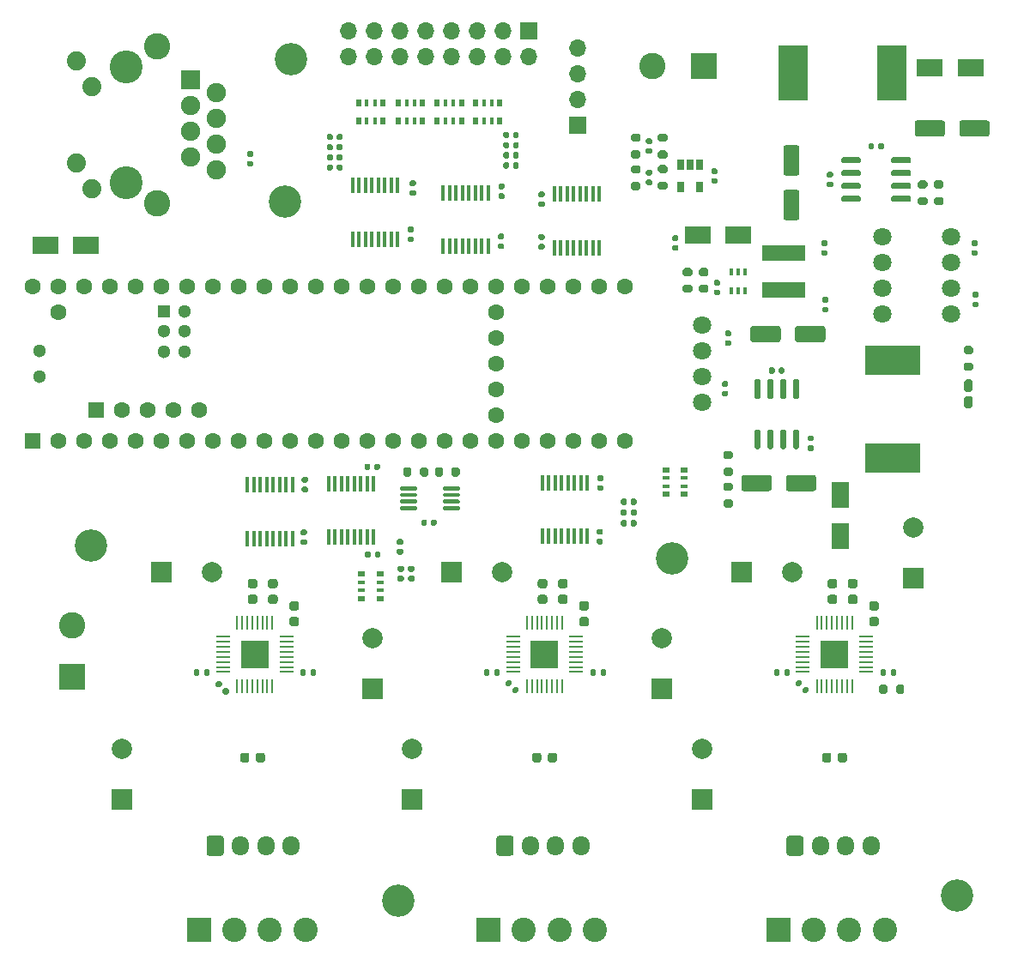
<source format=gts>
G04 #@! TF.GenerationSoftware,KiCad,Pcbnew,5.1.9*
G04 #@! TF.CreationDate,2021-04-11T15:07:21-04:00*
G04 #@! TF.ProjectId,cnc-controller,636e632d-636f-46e7-9472-6f6c6c65722e,rev?*
G04 #@! TF.SameCoordinates,Original*
G04 #@! TF.FileFunction,Soldermask,Top*
G04 #@! TF.FilePolarity,Negative*
%FSLAX46Y46*%
G04 Gerber Fmt 4.6, Leading zero omitted, Abs format (unit mm)*
G04 Created by KiCad (PCBNEW 5.1.9) date 2021-04-11 15:07:21*
%MOMM*%
%LPD*%
G01*
G04 APERTURE LIST*
%ADD10R,0.500000X0.800000*%
%ADD11R,0.400000X0.800000*%
%ADD12C,2.600000*%
%ADD13R,2.600000X2.600000*%
%ADD14R,0.800000X0.500000*%
%ADD15R,0.800000X0.400000*%
%ADD16R,2.800000X2.800000*%
%ADD17R,0.228600X1.473200*%
%ADD18R,1.473200X0.228600*%
%ADD19R,0.650000X1.060000*%
%ADD20R,0.400000X0.650000*%
%ADD21R,0.410000X1.600000*%
%ADD22C,1.300000*%
%ADD23C,1.600000*%
%ADD24R,1.300000X1.300000*%
%ADD25R,1.600000X1.600000*%
%ADD26C,1.800000*%
%ADD27R,4.200000X1.500000*%
%ADD28R,2.900000X5.400000*%
%ADD29R,5.400000X2.900000*%
%ADD30C,2.400000*%
%ADD31R,2.400000X2.400000*%
%ADD32O,1.700000X1.950000*%
%ADD33C,3.250000*%
%ADD34C,1.890000*%
%ADD35C,1.900000*%
%ADD36R,1.900000X1.900000*%
%ADD37O,1.700000X1.700000*%
%ADD38R,1.700000X1.700000*%
%ADD39C,3.200000*%
%ADD40R,2.500000X1.800000*%
%ADD41R,1.800000X2.500000*%
%ADD42C,2.000000*%
%ADD43R,2.000000X2.000000*%
G04 APERTURE END LIST*
D10*
X50575000Y-50850000D03*
D11*
X49775000Y-50850000D03*
D10*
X48175000Y-50850000D03*
D11*
X48975000Y-50850000D03*
D10*
X50575000Y-52650000D03*
D11*
X48975000Y-52650000D03*
X49775000Y-52650000D03*
D10*
X48175000Y-52650000D03*
X54400000Y-50875000D03*
D11*
X53600000Y-50875000D03*
D10*
X52000000Y-50875000D03*
D11*
X52800000Y-50875000D03*
D10*
X54400000Y-52675000D03*
D11*
X52800000Y-52675000D03*
X53600000Y-52675000D03*
D10*
X52000000Y-52675000D03*
D12*
X73220000Y-47200000D03*
D13*
X78300000Y-47200000D03*
D14*
X76350000Y-89500000D03*
D15*
X76350000Y-88700000D03*
D14*
X76350000Y-87100000D03*
D15*
X76350000Y-87900000D03*
D14*
X74550000Y-89500000D03*
D15*
X74550000Y-87900000D03*
X74550000Y-88700000D03*
D14*
X74550000Y-87100000D03*
X44550000Y-97400000D03*
D15*
X44550000Y-98200000D03*
D14*
X44550000Y-99800000D03*
D15*
X44550000Y-99000000D03*
D14*
X46350000Y-97400000D03*
D15*
X46350000Y-99000000D03*
X46350000Y-98200000D03*
D14*
X46350000Y-99800000D03*
D10*
X46675000Y-50875000D03*
D11*
X45875000Y-50875000D03*
D10*
X44275000Y-50875000D03*
D11*
X45075000Y-50875000D03*
D10*
X46675000Y-52675000D03*
D11*
X45075000Y-52675000D03*
X45875000Y-52675000D03*
D10*
X44275000Y-52675000D03*
X58200000Y-50875000D03*
D11*
X57400000Y-50875000D03*
D10*
X55800000Y-50875000D03*
D11*
X56600000Y-50875000D03*
D10*
X58200000Y-52675000D03*
D11*
X56600000Y-52675000D03*
X57400000Y-52675000D03*
D10*
X55800000Y-52675000D03*
D16*
X91200000Y-105300000D03*
D17*
X89450001Y-102175800D03*
X89950000Y-102175800D03*
X90449999Y-102175800D03*
X90950000Y-102175800D03*
X91450000Y-102175800D03*
X91950001Y-102175800D03*
X92450000Y-102175800D03*
X92949999Y-102175800D03*
D18*
X94324200Y-103550001D03*
X94324200Y-104050000D03*
X94324200Y-104549999D03*
X94324200Y-105050000D03*
X94324200Y-105550000D03*
X94324200Y-106050001D03*
X94324200Y-106550000D03*
X94324200Y-107049999D03*
D17*
X92949999Y-108424200D03*
X92450000Y-108424200D03*
X91950001Y-108424200D03*
X91450000Y-108424200D03*
X90950000Y-108424200D03*
X90449999Y-108424200D03*
X89950000Y-108424200D03*
X89450001Y-108424200D03*
D18*
X88075800Y-107049999D03*
X88075800Y-106550000D03*
X88075800Y-106050001D03*
X88075800Y-105550000D03*
X88075800Y-105050000D03*
X88075800Y-104549999D03*
X88075800Y-104050000D03*
X88075800Y-103550001D03*
D16*
X62600000Y-105300000D03*
D17*
X60850001Y-102175800D03*
X61350000Y-102175800D03*
X61849999Y-102175800D03*
X62350000Y-102175800D03*
X62850000Y-102175800D03*
X63350001Y-102175800D03*
X63850000Y-102175800D03*
X64349999Y-102175800D03*
D18*
X65724200Y-103550001D03*
X65724200Y-104050000D03*
X65724200Y-104549999D03*
X65724200Y-105050000D03*
X65724200Y-105550000D03*
X65724200Y-106050001D03*
X65724200Y-106550000D03*
X65724200Y-107049999D03*
D17*
X64349999Y-108424200D03*
X63850000Y-108424200D03*
X63350001Y-108424200D03*
X62850000Y-108424200D03*
X62350000Y-108424200D03*
X61849999Y-108424200D03*
X61350000Y-108424200D03*
X60850001Y-108424200D03*
D18*
X59475800Y-107049999D03*
X59475800Y-106550000D03*
X59475800Y-106050001D03*
X59475800Y-105550000D03*
X59475800Y-105050000D03*
X59475800Y-104549999D03*
X59475800Y-104050000D03*
X59475800Y-103550001D03*
D16*
X34000000Y-105300000D03*
D17*
X32250001Y-102175800D03*
X32750000Y-102175800D03*
X33249999Y-102175800D03*
X33750000Y-102175800D03*
X34250000Y-102175800D03*
X34750001Y-102175800D03*
X35250000Y-102175800D03*
X35749999Y-102175800D03*
D18*
X37124200Y-103550001D03*
X37124200Y-104050000D03*
X37124200Y-104549999D03*
X37124200Y-105050000D03*
X37124200Y-105550000D03*
X37124200Y-106050001D03*
X37124200Y-106550000D03*
X37124200Y-107049999D03*
D17*
X35749999Y-108424200D03*
X35250000Y-108424200D03*
X34750001Y-108424200D03*
X34250000Y-108424200D03*
X33750000Y-108424200D03*
X33249999Y-108424200D03*
X32750000Y-108424200D03*
X32250001Y-108424200D03*
D18*
X30875800Y-107049999D03*
X30875800Y-106550000D03*
X30875800Y-106050001D03*
X30875800Y-105550000D03*
X30875800Y-105050000D03*
X30875800Y-104549999D03*
X30875800Y-104050000D03*
X30875800Y-103550001D03*
D19*
X77900000Y-59150000D03*
X76000000Y-59150000D03*
X76000000Y-56950000D03*
X76950000Y-56950000D03*
X77900000Y-56950000D03*
D20*
X82350000Y-69450000D03*
X81050000Y-69450000D03*
X81700000Y-67550000D03*
X81700000Y-69450000D03*
X81050000Y-67550000D03*
X82350000Y-67550000D03*
D21*
X66822500Y-93654300D03*
X66187500Y-93654300D03*
X65552500Y-93654300D03*
X64917500Y-93654300D03*
X64282500Y-93654300D03*
X63647500Y-93654300D03*
X63012500Y-93654300D03*
X62377500Y-93654300D03*
X62377500Y-88345700D03*
X63012500Y-88345700D03*
X63647500Y-88345700D03*
X64282500Y-88345700D03*
X64917500Y-88345700D03*
X65552500Y-88345700D03*
X66187500Y-88345700D03*
X66822500Y-88345700D03*
X45722500Y-93754300D03*
X45087500Y-93754300D03*
X44452500Y-93754300D03*
X43817500Y-93754300D03*
X43182500Y-93754300D03*
X42547500Y-93754300D03*
X41912500Y-93754300D03*
X41277500Y-93754300D03*
X41277500Y-88445700D03*
X41912500Y-88445700D03*
X42547500Y-88445700D03*
X43182500Y-88445700D03*
X43817500Y-88445700D03*
X44452500Y-88445700D03*
X45087500Y-88445700D03*
X45722500Y-88445700D03*
X37722500Y-93854300D03*
X37087500Y-93854300D03*
X36452500Y-93854300D03*
X35817500Y-93854300D03*
X35182500Y-93854300D03*
X34547500Y-93854300D03*
X33912500Y-93854300D03*
X33277500Y-93854300D03*
X33277500Y-88545700D03*
X33912500Y-88545700D03*
X34547500Y-88545700D03*
X35182500Y-88545700D03*
X35817500Y-88545700D03*
X36452500Y-88545700D03*
X37087500Y-88545700D03*
X37722500Y-88545700D03*
X63577500Y-59845700D03*
X64212500Y-59845700D03*
X64847500Y-59845700D03*
X65482500Y-59845700D03*
X66117500Y-59845700D03*
X66752500Y-59845700D03*
X67387500Y-59845700D03*
X68022500Y-59845700D03*
X68022500Y-65154300D03*
X67387500Y-65154300D03*
X66752500Y-65154300D03*
X66117500Y-65154300D03*
X65482500Y-65154300D03*
X64847500Y-65154300D03*
X64212500Y-65154300D03*
X63577500Y-65154300D03*
X57022500Y-65054300D03*
X56387500Y-65054300D03*
X55752500Y-65054300D03*
X55117500Y-65054300D03*
X54482500Y-65054300D03*
X53847500Y-65054300D03*
X53212500Y-65054300D03*
X52577500Y-65054300D03*
X52577500Y-59745700D03*
X53212500Y-59745700D03*
X53847500Y-59745700D03*
X54482500Y-59745700D03*
X55117500Y-59745700D03*
X55752500Y-59745700D03*
X56387500Y-59745700D03*
X57022500Y-59745700D03*
X48122500Y-64354300D03*
X47487500Y-64354300D03*
X46852500Y-64354300D03*
X46217500Y-64354300D03*
X45582500Y-64354300D03*
X44947500Y-64354300D03*
X44312500Y-64354300D03*
X43677500Y-64354300D03*
X43677500Y-59045700D03*
X44312500Y-59045700D03*
X44947500Y-59045700D03*
X45582500Y-59045700D03*
X46217500Y-59045700D03*
X46852500Y-59045700D03*
X47487500Y-59045700D03*
X48122500Y-59045700D03*
D22*
X12820000Y-75330000D03*
X12820000Y-77870000D03*
D23*
X57810000Y-71520000D03*
X57810000Y-74060000D03*
X57810000Y-76600000D03*
X57810000Y-79140000D03*
X57810000Y-81680000D03*
D22*
X25060000Y-75418400D03*
X27060000Y-75418400D03*
X27060000Y-73418400D03*
X25060000Y-73418400D03*
X27060000Y-71418400D03*
D24*
X25060000Y-71418400D03*
D23*
X52730000Y-84220000D03*
X55270000Y-84220000D03*
X57810000Y-84220000D03*
X60350000Y-84220000D03*
X50190000Y-84220000D03*
X47650000Y-84220000D03*
X45110000Y-84220000D03*
X62890000Y-84220000D03*
X65430000Y-84220000D03*
X67970000Y-84220000D03*
X70510000Y-84220000D03*
X70510000Y-68980000D03*
X67970000Y-68980000D03*
X65430000Y-68980000D03*
X62890000Y-68980000D03*
X60350000Y-68980000D03*
X57810000Y-68980000D03*
X55270000Y-68980000D03*
X52730000Y-68980000D03*
X50190000Y-68980000D03*
X47650000Y-68980000D03*
X42570000Y-84220000D03*
X40030000Y-84220000D03*
X37490000Y-84220000D03*
X34950000Y-84220000D03*
X32410000Y-84220000D03*
X29870000Y-84220000D03*
X27330000Y-84220000D03*
X24790000Y-84220000D03*
X22250000Y-84220000D03*
X19710000Y-84220000D03*
X17170000Y-84220000D03*
X14630000Y-84220000D03*
D25*
X12090000Y-84220000D03*
D23*
X45110000Y-68980000D03*
X42570000Y-68980000D03*
X40030000Y-68980000D03*
X37490000Y-68980000D03*
X34950000Y-68980000D03*
X32410000Y-68980000D03*
X29870000Y-68980000D03*
X27330000Y-68980000D03*
X24790000Y-68980000D03*
X22250000Y-68980000D03*
X19710000Y-68980000D03*
X17170000Y-68980000D03*
X14630000Y-68980000D03*
X12090000Y-68980000D03*
D25*
X18389200Y-81169200D03*
D23*
X20929200Y-81169200D03*
X23469200Y-81169200D03*
X26009200Y-81169200D03*
X28549200Y-81169200D03*
X14630000Y-71520000D03*
G36*
G01*
X50000000Y-90775000D02*
X50000000Y-90975000D01*
G75*
G02*
X49900000Y-91075000I-100000J0D01*
G01*
X48475000Y-91075000D01*
G75*
G02*
X48375000Y-90975000I0J100000D01*
G01*
X48375000Y-90775000D01*
G75*
G02*
X48475000Y-90675000I100000J0D01*
G01*
X49900000Y-90675000D01*
G75*
G02*
X50000000Y-90775000I0J-100000D01*
G01*
G37*
G36*
G01*
X50000000Y-90125000D02*
X50000000Y-90325000D01*
G75*
G02*
X49900000Y-90425000I-100000J0D01*
G01*
X48475000Y-90425000D01*
G75*
G02*
X48375000Y-90325000I0J100000D01*
G01*
X48375000Y-90125000D01*
G75*
G02*
X48475000Y-90025000I100000J0D01*
G01*
X49900000Y-90025000D01*
G75*
G02*
X50000000Y-90125000I0J-100000D01*
G01*
G37*
G36*
G01*
X50000000Y-89475000D02*
X50000000Y-89675000D01*
G75*
G02*
X49900000Y-89775000I-100000J0D01*
G01*
X48475000Y-89775000D01*
G75*
G02*
X48375000Y-89675000I0J100000D01*
G01*
X48375000Y-89475000D01*
G75*
G02*
X48475000Y-89375000I100000J0D01*
G01*
X49900000Y-89375000D01*
G75*
G02*
X50000000Y-89475000I0J-100000D01*
G01*
G37*
G36*
G01*
X50000000Y-88825000D02*
X50000000Y-89025000D01*
G75*
G02*
X49900000Y-89125000I-100000J0D01*
G01*
X48475000Y-89125000D01*
G75*
G02*
X48375000Y-89025000I0J100000D01*
G01*
X48375000Y-88825000D01*
G75*
G02*
X48475000Y-88725000I100000J0D01*
G01*
X49900000Y-88725000D01*
G75*
G02*
X50000000Y-88825000I0J-100000D01*
G01*
G37*
G36*
G01*
X54225000Y-88825000D02*
X54225000Y-89025000D01*
G75*
G02*
X54125000Y-89125000I-100000J0D01*
G01*
X52700000Y-89125000D01*
G75*
G02*
X52600000Y-89025000I0J100000D01*
G01*
X52600000Y-88825000D01*
G75*
G02*
X52700000Y-88725000I100000J0D01*
G01*
X54125000Y-88725000D01*
G75*
G02*
X54225000Y-88825000I0J-100000D01*
G01*
G37*
G36*
G01*
X54225000Y-89475000D02*
X54225000Y-89675000D01*
G75*
G02*
X54125000Y-89775000I-100000J0D01*
G01*
X52700000Y-89775000D01*
G75*
G02*
X52600000Y-89675000I0J100000D01*
G01*
X52600000Y-89475000D01*
G75*
G02*
X52700000Y-89375000I100000J0D01*
G01*
X54125000Y-89375000D01*
G75*
G02*
X54225000Y-89475000I0J-100000D01*
G01*
G37*
G36*
G01*
X54225000Y-90125000D02*
X54225000Y-90325000D01*
G75*
G02*
X54125000Y-90425000I-100000J0D01*
G01*
X52700000Y-90425000D01*
G75*
G02*
X52600000Y-90325000I0J100000D01*
G01*
X52600000Y-90125000D01*
G75*
G02*
X52700000Y-90025000I100000J0D01*
G01*
X54125000Y-90025000D01*
G75*
G02*
X54225000Y-90125000I0J-100000D01*
G01*
G37*
G36*
G01*
X54225000Y-90775000D02*
X54225000Y-90975000D01*
G75*
G02*
X54125000Y-91075000I-100000J0D01*
G01*
X52700000Y-91075000D01*
G75*
G02*
X52600000Y-90975000I0J100000D01*
G01*
X52600000Y-90775000D01*
G75*
G02*
X52700000Y-90675000I100000J0D01*
G01*
X54125000Y-90675000D01*
G75*
G02*
X54225000Y-90775000I0J-100000D01*
G01*
G37*
G36*
G01*
X96800000Y-56695000D02*
X96800000Y-56395000D01*
G75*
G02*
X96950000Y-56245000I150000J0D01*
G01*
X98600000Y-56245000D01*
G75*
G02*
X98750000Y-56395000I0J-150000D01*
G01*
X98750000Y-56695000D01*
G75*
G02*
X98600000Y-56845000I-150000J0D01*
G01*
X96950000Y-56845000D01*
G75*
G02*
X96800000Y-56695000I0J150000D01*
G01*
G37*
G36*
G01*
X96800000Y-57965000D02*
X96800000Y-57665000D01*
G75*
G02*
X96950000Y-57515000I150000J0D01*
G01*
X98600000Y-57515000D01*
G75*
G02*
X98750000Y-57665000I0J-150000D01*
G01*
X98750000Y-57965000D01*
G75*
G02*
X98600000Y-58115000I-150000J0D01*
G01*
X96950000Y-58115000D01*
G75*
G02*
X96800000Y-57965000I0J150000D01*
G01*
G37*
G36*
G01*
X96800000Y-59235000D02*
X96800000Y-58935000D01*
G75*
G02*
X96950000Y-58785000I150000J0D01*
G01*
X98600000Y-58785000D01*
G75*
G02*
X98750000Y-58935000I0J-150000D01*
G01*
X98750000Y-59235000D01*
G75*
G02*
X98600000Y-59385000I-150000J0D01*
G01*
X96950000Y-59385000D01*
G75*
G02*
X96800000Y-59235000I0J150000D01*
G01*
G37*
G36*
G01*
X96800000Y-60505000D02*
X96800000Y-60205000D01*
G75*
G02*
X96950000Y-60055000I150000J0D01*
G01*
X98600000Y-60055000D01*
G75*
G02*
X98750000Y-60205000I0J-150000D01*
G01*
X98750000Y-60505000D01*
G75*
G02*
X98600000Y-60655000I-150000J0D01*
G01*
X96950000Y-60655000D01*
G75*
G02*
X96800000Y-60505000I0J150000D01*
G01*
G37*
G36*
G01*
X91850000Y-60505000D02*
X91850000Y-60205000D01*
G75*
G02*
X92000000Y-60055000I150000J0D01*
G01*
X93650000Y-60055000D01*
G75*
G02*
X93800000Y-60205000I0J-150000D01*
G01*
X93800000Y-60505000D01*
G75*
G02*
X93650000Y-60655000I-150000J0D01*
G01*
X92000000Y-60655000D01*
G75*
G02*
X91850000Y-60505000I0J150000D01*
G01*
G37*
G36*
G01*
X91850000Y-59235000D02*
X91850000Y-58935000D01*
G75*
G02*
X92000000Y-58785000I150000J0D01*
G01*
X93650000Y-58785000D01*
G75*
G02*
X93800000Y-58935000I0J-150000D01*
G01*
X93800000Y-59235000D01*
G75*
G02*
X93650000Y-59385000I-150000J0D01*
G01*
X92000000Y-59385000D01*
G75*
G02*
X91850000Y-59235000I0J150000D01*
G01*
G37*
G36*
G01*
X91850000Y-57965000D02*
X91850000Y-57665000D01*
G75*
G02*
X92000000Y-57515000I150000J0D01*
G01*
X93650000Y-57515000D01*
G75*
G02*
X93800000Y-57665000I0J-150000D01*
G01*
X93800000Y-57965000D01*
G75*
G02*
X93650000Y-58115000I-150000J0D01*
G01*
X92000000Y-58115000D01*
G75*
G02*
X91850000Y-57965000I0J150000D01*
G01*
G37*
G36*
G01*
X91850000Y-56695000D02*
X91850000Y-56395000D01*
G75*
G02*
X92000000Y-56245000I150000J0D01*
G01*
X93650000Y-56245000D01*
G75*
G02*
X93800000Y-56395000I0J-150000D01*
G01*
X93800000Y-56695000D01*
G75*
G02*
X93650000Y-56845000I-150000J0D01*
G01*
X92000000Y-56845000D01*
G75*
G02*
X91850000Y-56695000I0J150000D01*
G01*
G37*
D26*
X78100000Y-72790000D03*
X78100000Y-75330000D03*
X78100000Y-77870000D03*
X78100000Y-80410000D03*
X95900000Y-64090000D03*
X95900000Y-66630000D03*
X95900000Y-69170000D03*
X95900000Y-71710000D03*
X102700000Y-64090000D03*
X102700000Y-66630000D03*
X102700000Y-69170000D03*
X102700000Y-71710000D03*
G36*
G01*
X87255000Y-83100000D02*
X87555000Y-83100000D01*
G75*
G02*
X87705000Y-83250000I0J-150000D01*
G01*
X87705000Y-84900000D01*
G75*
G02*
X87555000Y-85050000I-150000J0D01*
G01*
X87255000Y-85050000D01*
G75*
G02*
X87105000Y-84900000I0J150000D01*
G01*
X87105000Y-83250000D01*
G75*
G02*
X87255000Y-83100000I150000J0D01*
G01*
G37*
G36*
G01*
X85985000Y-83100000D02*
X86285000Y-83100000D01*
G75*
G02*
X86435000Y-83250000I0J-150000D01*
G01*
X86435000Y-84900000D01*
G75*
G02*
X86285000Y-85050000I-150000J0D01*
G01*
X85985000Y-85050000D01*
G75*
G02*
X85835000Y-84900000I0J150000D01*
G01*
X85835000Y-83250000D01*
G75*
G02*
X85985000Y-83100000I150000J0D01*
G01*
G37*
G36*
G01*
X84715000Y-83100000D02*
X85015000Y-83100000D01*
G75*
G02*
X85165000Y-83250000I0J-150000D01*
G01*
X85165000Y-84900000D01*
G75*
G02*
X85015000Y-85050000I-150000J0D01*
G01*
X84715000Y-85050000D01*
G75*
G02*
X84565000Y-84900000I0J150000D01*
G01*
X84565000Y-83250000D01*
G75*
G02*
X84715000Y-83100000I150000J0D01*
G01*
G37*
G36*
G01*
X83445000Y-83100000D02*
X83745000Y-83100000D01*
G75*
G02*
X83895000Y-83250000I0J-150000D01*
G01*
X83895000Y-84900000D01*
G75*
G02*
X83745000Y-85050000I-150000J0D01*
G01*
X83445000Y-85050000D01*
G75*
G02*
X83295000Y-84900000I0J150000D01*
G01*
X83295000Y-83250000D01*
G75*
G02*
X83445000Y-83100000I150000J0D01*
G01*
G37*
G36*
G01*
X83445000Y-78150000D02*
X83745000Y-78150000D01*
G75*
G02*
X83895000Y-78300000I0J-150000D01*
G01*
X83895000Y-79950000D01*
G75*
G02*
X83745000Y-80100000I-150000J0D01*
G01*
X83445000Y-80100000D01*
G75*
G02*
X83295000Y-79950000I0J150000D01*
G01*
X83295000Y-78300000D01*
G75*
G02*
X83445000Y-78150000I150000J0D01*
G01*
G37*
G36*
G01*
X84715000Y-78150000D02*
X85015000Y-78150000D01*
G75*
G02*
X85165000Y-78300000I0J-150000D01*
G01*
X85165000Y-79950000D01*
G75*
G02*
X85015000Y-80100000I-150000J0D01*
G01*
X84715000Y-80100000D01*
G75*
G02*
X84565000Y-79950000I0J150000D01*
G01*
X84565000Y-78300000D01*
G75*
G02*
X84715000Y-78150000I150000J0D01*
G01*
G37*
G36*
G01*
X85985000Y-78150000D02*
X86285000Y-78150000D01*
G75*
G02*
X86435000Y-78300000I0J-150000D01*
G01*
X86435000Y-79950000D01*
G75*
G02*
X86285000Y-80100000I-150000J0D01*
G01*
X85985000Y-80100000D01*
G75*
G02*
X85835000Y-79950000I0J150000D01*
G01*
X85835000Y-78300000D01*
G75*
G02*
X85985000Y-78150000I150000J0D01*
G01*
G37*
G36*
G01*
X87255000Y-78150000D02*
X87555000Y-78150000D01*
G75*
G02*
X87705000Y-78300000I0J-150000D01*
G01*
X87705000Y-79950000D01*
G75*
G02*
X87555000Y-80100000I-150000J0D01*
G01*
X87255000Y-80100000D01*
G75*
G02*
X87105000Y-79950000I0J150000D01*
G01*
X87105000Y-78300000D01*
G75*
G02*
X87255000Y-78150000I150000J0D01*
G01*
G37*
G36*
G01*
X96740000Y-107285000D02*
X96740000Y-106915000D01*
G75*
G02*
X96875000Y-106780000I135000J0D01*
G01*
X97145000Y-106780000D01*
G75*
G02*
X97280000Y-106915000I0J-135000D01*
G01*
X97280000Y-107285000D01*
G75*
G02*
X97145000Y-107420000I-135000J0D01*
G01*
X96875000Y-107420000D01*
G75*
G02*
X96740000Y-107285000I0J135000D01*
G01*
G37*
G36*
G01*
X95720000Y-107285000D02*
X95720000Y-106915000D01*
G75*
G02*
X95855000Y-106780000I135000J0D01*
G01*
X96125000Y-106780000D01*
G75*
G02*
X96260000Y-106915000I0J-135000D01*
G01*
X96260000Y-107285000D01*
G75*
G02*
X96125000Y-107420000I-135000J0D01*
G01*
X95855000Y-107420000D01*
G75*
G02*
X95720000Y-107285000I0J135000D01*
G01*
G37*
G36*
G01*
X85760000Y-106915000D02*
X85760000Y-107285000D01*
G75*
G02*
X85625000Y-107420000I-135000J0D01*
G01*
X85355000Y-107420000D01*
G75*
G02*
X85220000Y-107285000I0J135000D01*
G01*
X85220000Y-106915000D01*
G75*
G02*
X85355000Y-106780000I135000J0D01*
G01*
X85625000Y-106780000D01*
G75*
G02*
X85760000Y-106915000I0J-135000D01*
G01*
G37*
G36*
G01*
X86780000Y-106915000D02*
X86780000Y-107285000D01*
G75*
G02*
X86645000Y-107420000I-135000J0D01*
G01*
X86375000Y-107420000D01*
G75*
G02*
X86240000Y-107285000I0J135000D01*
G01*
X86240000Y-106915000D01*
G75*
G02*
X86375000Y-106780000I135000J0D01*
G01*
X86645000Y-106780000D01*
G75*
G02*
X86780000Y-106915000I0J-135000D01*
G01*
G37*
G36*
G01*
X68140000Y-107285000D02*
X68140000Y-106915000D01*
G75*
G02*
X68275000Y-106780000I135000J0D01*
G01*
X68545000Y-106780000D01*
G75*
G02*
X68680000Y-106915000I0J-135000D01*
G01*
X68680000Y-107285000D01*
G75*
G02*
X68545000Y-107420000I-135000J0D01*
G01*
X68275000Y-107420000D01*
G75*
G02*
X68140000Y-107285000I0J135000D01*
G01*
G37*
G36*
G01*
X67120000Y-107285000D02*
X67120000Y-106915000D01*
G75*
G02*
X67255000Y-106780000I135000J0D01*
G01*
X67525000Y-106780000D01*
G75*
G02*
X67660000Y-106915000I0J-135000D01*
G01*
X67660000Y-107285000D01*
G75*
G02*
X67525000Y-107420000I-135000J0D01*
G01*
X67255000Y-107420000D01*
G75*
G02*
X67120000Y-107285000I0J135000D01*
G01*
G37*
G36*
G01*
X57160000Y-106915000D02*
X57160000Y-107285000D01*
G75*
G02*
X57025000Y-107420000I-135000J0D01*
G01*
X56755000Y-107420000D01*
G75*
G02*
X56620000Y-107285000I0J135000D01*
G01*
X56620000Y-106915000D01*
G75*
G02*
X56755000Y-106780000I135000J0D01*
G01*
X57025000Y-106780000D01*
G75*
G02*
X57160000Y-106915000I0J-135000D01*
G01*
G37*
G36*
G01*
X58180000Y-106915000D02*
X58180000Y-107285000D01*
G75*
G02*
X58045000Y-107420000I-135000J0D01*
G01*
X57775000Y-107420000D01*
G75*
G02*
X57640000Y-107285000I0J135000D01*
G01*
X57640000Y-106915000D01*
G75*
G02*
X57775000Y-106780000I135000J0D01*
G01*
X58045000Y-106780000D01*
G75*
G02*
X58180000Y-106915000I0J-135000D01*
G01*
G37*
G36*
G01*
X39540000Y-107285000D02*
X39540000Y-106915000D01*
G75*
G02*
X39675000Y-106780000I135000J0D01*
G01*
X39945000Y-106780000D01*
G75*
G02*
X40080000Y-106915000I0J-135000D01*
G01*
X40080000Y-107285000D01*
G75*
G02*
X39945000Y-107420000I-135000J0D01*
G01*
X39675000Y-107420000D01*
G75*
G02*
X39540000Y-107285000I0J135000D01*
G01*
G37*
G36*
G01*
X38520000Y-107285000D02*
X38520000Y-106915000D01*
G75*
G02*
X38655000Y-106780000I135000J0D01*
G01*
X38925000Y-106780000D01*
G75*
G02*
X39060000Y-106915000I0J-135000D01*
G01*
X39060000Y-107285000D01*
G75*
G02*
X38925000Y-107420000I-135000J0D01*
G01*
X38655000Y-107420000D01*
G75*
G02*
X38520000Y-107285000I0J135000D01*
G01*
G37*
G36*
G01*
X28560000Y-106915000D02*
X28560000Y-107285000D01*
G75*
G02*
X28425000Y-107420000I-135000J0D01*
G01*
X28155000Y-107420000D01*
G75*
G02*
X28020000Y-107285000I0J135000D01*
G01*
X28020000Y-106915000D01*
G75*
G02*
X28155000Y-106780000I135000J0D01*
G01*
X28425000Y-106780000D01*
G75*
G02*
X28560000Y-106915000I0J-135000D01*
G01*
G37*
G36*
G01*
X29580000Y-106915000D02*
X29580000Y-107285000D01*
G75*
G02*
X29445000Y-107420000I-135000J0D01*
G01*
X29175000Y-107420000D01*
G75*
G02*
X29040000Y-107285000I0J135000D01*
G01*
X29040000Y-106915000D01*
G75*
G02*
X29175000Y-106780000I135000J0D01*
G01*
X29445000Y-106780000D01*
G75*
G02*
X29580000Y-106915000I0J-135000D01*
G01*
G37*
G36*
G01*
X96425000Y-108475000D02*
X96425000Y-109025000D01*
G75*
G02*
X96225000Y-109225000I-200000J0D01*
G01*
X95825000Y-109225000D01*
G75*
G02*
X95625000Y-109025000I0J200000D01*
G01*
X95625000Y-108475000D01*
G75*
G02*
X95825000Y-108275000I200000J0D01*
G01*
X96225000Y-108275000D01*
G75*
G02*
X96425000Y-108475000I0J-200000D01*
G01*
G37*
G36*
G01*
X98075000Y-108475000D02*
X98075000Y-109025000D01*
G75*
G02*
X97875000Y-109225000I-200000J0D01*
G01*
X97475000Y-109225000D01*
G75*
G02*
X97275000Y-109025000I0J200000D01*
G01*
X97275000Y-108475000D01*
G75*
G02*
X97475000Y-108275000I200000J0D01*
G01*
X97875000Y-108275000D01*
G75*
G02*
X98075000Y-108475000I0J-200000D01*
G01*
G37*
G36*
G01*
X104125000Y-76525000D02*
X104675000Y-76525000D01*
G75*
G02*
X104875000Y-76725000I0J-200000D01*
G01*
X104875000Y-77125000D01*
G75*
G02*
X104675000Y-77325000I-200000J0D01*
G01*
X104125000Y-77325000D01*
G75*
G02*
X103925000Y-77125000I0J200000D01*
G01*
X103925000Y-76725000D01*
G75*
G02*
X104125000Y-76525000I200000J0D01*
G01*
G37*
G36*
G01*
X104125000Y-74875000D02*
X104675000Y-74875000D01*
G75*
G02*
X104875000Y-75075000I0J-200000D01*
G01*
X104875000Y-75475000D01*
G75*
G02*
X104675000Y-75675000I-200000J0D01*
G01*
X104125000Y-75675000D01*
G75*
G02*
X103925000Y-75475000I0J200000D01*
G01*
X103925000Y-75075000D01*
G75*
G02*
X104125000Y-74875000I200000J0D01*
G01*
G37*
G36*
G01*
X74525000Y-57800000D02*
X73975000Y-57800000D01*
G75*
G02*
X73775000Y-57600000I0J200000D01*
G01*
X73775000Y-57200000D01*
G75*
G02*
X73975000Y-57000000I200000J0D01*
G01*
X74525000Y-57000000D01*
G75*
G02*
X74725000Y-57200000I0J-200000D01*
G01*
X74725000Y-57600000D01*
G75*
G02*
X74525000Y-57800000I-200000J0D01*
G01*
G37*
G36*
G01*
X74525000Y-59450000D02*
X73975000Y-59450000D01*
G75*
G02*
X73775000Y-59250000I0J200000D01*
G01*
X73775000Y-58850000D01*
G75*
G02*
X73975000Y-58650000I200000J0D01*
G01*
X74525000Y-58650000D01*
G75*
G02*
X74725000Y-58850000I0J-200000D01*
G01*
X74725000Y-59250000D01*
G75*
G02*
X74525000Y-59450000I-200000J0D01*
G01*
G37*
G36*
G01*
X78025000Y-68825000D02*
X78575000Y-68825000D01*
G75*
G02*
X78775000Y-69025000I0J-200000D01*
G01*
X78775000Y-69425000D01*
G75*
G02*
X78575000Y-69625000I-200000J0D01*
G01*
X78025000Y-69625000D01*
G75*
G02*
X77825000Y-69425000I0J200000D01*
G01*
X77825000Y-69025000D01*
G75*
G02*
X78025000Y-68825000I200000J0D01*
G01*
G37*
G36*
G01*
X78025000Y-67175000D02*
X78575000Y-67175000D01*
G75*
G02*
X78775000Y-67375000I0J-200000D01*
G01*
X78775000Y-67775000D01*
G75*
G02*
X78575000Y-67975000I-200000J0D01*
G01*
X78025000Y-67975000D01*
G75*
G02*
X77825000Y-67775000I0J200000D01*
G01*
X77825000Y-67375000D01*
G75*
G02*
X78025000Y-67175000I200000J0D01*
G01*
G37*
G36*
G01*
X76425000Y-68825000D02*
X76975000Y-68825000D01*
G75*
G02*
X77175000Y-69025000I0J-200000D01*
G01*
X77175000Y-69425000D01*
G75*
G02*
X76975000Y-69625000I-200000J0D01*
G01*
X76425000Y-69625000D01*
G75*
G02*
X76225000Y-69425000I0J200000D01*
G01*
X76225000Y-69025000D01*
G75*
G02*
X76425000Y-68825000I200000J0D01*
G01*
G37*
G36*
G01*
X76425000Y-67175000D02*
X76975000Y-67175000D01*
G75*
G02*
X77175000Y-67375000I0J-200000D01*
G01*
X77175000Y-67775000D01*
G75*
G02*
X76975000Y-67975000I-200000J0D01*
G01*
X76425000Y-67975000D01*
G75*
G02*
X76225000Y-67775000I0J200000D01*
G01*
X76225000Y-67375000D01*
G75*
G02*
X76425000Y-67175000I200000J0D01*
G01*
G37*
G36*
G01*
X71325000Y-58675000D02*
X71875000Y-58675000D01*
G75*
G02*
X72075000Y-58875000I0J-200000D01*
G01*
X72075000Y-59275000D01*
G75*
G02*
X71875000Y-59475000I-200000J0D01*
G01*
X71325000Y-59475000D01*
G75*
G02*
X71125000Y-59275000I0J200000D01*
G01*
X71125000Y-58875000D01*
G75*
G02*
X71325000Y-58675000I200000J0D01*
G01*
G37*
G36*
G01*
X71325000Y-57025000D02*
X71875000Y-57025000D01*
G75*
G02*
X72075000Y-57225000I0J-200000D01*
G01*
X72075000Y-57625000D01*
G75*
G02*
X71875000Y-57825000I-200000J0D01*
G01*
X71325000Y-57825000D01*
G75*
G02*
X71125000Y-57625000I0J200000D01*
G01*
X71125000Y-57225000D01*
G75*
G02*
X71325000Y-57025000I200000J0D01*
G01*
G37*
G36*
G01*
X74525000Y-54725000D02*
X73975000Y-54725000D01*
G75*
G02*
X73775000Y-54525000I0J200000D01*
G01*
X73775000Y-54125000D01*
G75*
G02*
X73975000Y-53925000I200000J0D01*
G01*
X74525000Y-53925000D01*
G75*
G02*
X74725000Y-54125000I0J-200000D01*
G01*
X74725000Y-54525000D01*
G75*
G02*
X74525000Y-54725000I-200000J0D01*
G01*
G37*
G36*
G01*
X74525000Y-56375000D02*
X73975000Y-56375000D01*
G75*
G02*
X73775000Y-56175000I0J200000D01*
G01*
X73775000Y-55775000D01*
G75*
G02*
X73975000Y-55575000I200000J0D01*
G01*
X74525000Y-55575000D01*
G75*
G02*
X74725000Y-55775000I0J-200000D01*
G01*
X74725000Y-56175000D01*
G75*
G02*
X74525000Y-56375000I-200000J0D01*
G01*
G37*
G36*
G01*
X71325000Y-55575000D02*
X71875000Y-55575000D01*
G75*
G02*
X72075000Y-55775000I0J-200000D01*
G01*
X72075000Y-56175000D01*
G75*
G02*
X71875000Y-56375000I-200000J0D01*
G01*
X71325000Y-56375000D01*
G75*
G02*
X71125000Y-56175000I0J200000D01*
G01*
X71125000Y-55775000D01*
G75*
G02*
X71325000Y-55575000I200000J0D01*
G01*
G37*
G36*
G01*
X71325000Y-53925000D02*
X71875000Y-53925000D01*
G75*
G02*
X72075000Y-54125000I0J-200000D01*
G01*
X72075000Y-54525000D01*
G75*
G02*
X71875000Y-54725000I-200000J0D01*
G01*
X71325000Y-54725000D01*
G75*
G02*
X71125000Y-54525000I0J200000D01*
G01*
X71125000Y-54125000D01*
G75*
G02*
X71325000Y-53925000I200000J0D01*
G01*
G37*
G36*
G01*
X53425000Y-87575000D02*
X53425000Y-87025000D01*
G75*
G02*
X53625000Y-86825000I200000J0D01*
G01*
X54025000Y-86825000D01*
G75*
G02*
X54225000Y-87025000I0J-200000D01*
G01*
X54225000Y-87575000D01*
G75*
G02*
X54025000Y-87775000I-200000J0D01*
G01*
X53625000Y-87775000D01*
G75*
G02*
X53425000Y-87575000I0J200000D01*
G01*
G37*
G36*
G01*
X51775000Y-87575000D02*
X51775000Y-87025000D01*
G75*
G02*
X51975000Y-86825000I200000J0D01*
G01*
X52375000Y-86825000D01*
G75*
G02*
X52575000Y-87025000I0J-200000D01*
G01*
X52575000Y-87575000D01*
G75*
G02*
X52375000Y-87775000I-200000J0D01*
G01*
X51975000Y-87775000D01*
G75*
G02*
X51775000Y-87575000I0J200000D01*
G01*
G37*
G36*
G01*
X49475000Y-87025000D02*
X49475000Y-87575000D01*
G75*
G02*
X49275000Y-87775000I-200000J0D01*
G01*
X48875000Y-87775000D01*
G75*
G02*
X48675000Y-87575000I0J200000D01*
G01*
X48675000Y-87025000D01*
G75*
G02*
X48875000Y-86825000I200000J0D01*
G01*
X49275000Y-86825000D01*
G75*
G02*
X49475000Y-87025000I0J-200000D01*
G01*
G37*
G36*
G01*
X51125000Y-87025000D02*
X51125000Y-87575000D01*
G75*
G02*
X50925000Y-87775000I-200000J0D01*
G01*
X50525000Y-87775000D01*
G75*
G02*
X50325000Y-87575000I0J200000D01*
G01*
X50325000Y-87025000D01*
G75*
G02*
X50525000Y-86825000I200000J0D01*
G01*
X50925000Y-86825000D01*
G75*
G02*
X51125000Y-87025000I0J-200000D01*
G01*
G37*
G36*
G01*
X100175000Y-59325000D02*
X99625000Y-59325000D01*
G75*
G02*
X99425000Y-59125000I0J200000D01*
G01*
X99425000Y-58725000D01*
G75*
G02*
X99625000Y-58525000I200000J0D01*
G01*
X100175000Y-58525000D01*
G75*
G02*
X100375000Y-58725000I0J-200000D01*
G01*
X100375000Y-59125000D01*
G75*
G02*
X100175000Y-59325000I-200000J0D01*
G01*
G37*
G36*
G01*
X100175000Y-60975000D02*
X99625000Y-60975000D01*
G75*
G02*
X99425000Y-60775000I0J200000D01*
G01*
X99425000Y-60375000D01*
G75*
G02*
X99625000Y-60175000I200000J0D01*
G01*
X100175000Y-60175000D01*
G75*
G02*
X100375000Y-60375000I0J-200000D01*
G01*
X100375000Y-60775000D01*
G75*
G02*
X100175000Y-60975000I-200000J0D01*
G01*
G37*
G36*
G01*
X101225000Y-60175000D02*
X101775000Y-60175000D01*
G75*
G02*
X101975000Y-60375000I0J-200000D01*
G01*
X101975000Y-60775000D01*
G75*
G02*
X101775000Y-60975000I-200000J0D01*
G01*
X101225000Y-60975000D01*
G75*
G02*
X101025000Y-60775000I0J200000D01*
G01*
X101025000Y-60375000D01*
G75*
G02*
X101225000Y-60175000I200000J0D01*
G01*
G37*
G36*
G01*
X101225000Y-58525000D02*
X101775000Y-58525000D01*
G75*
G02*
X101975000Y-58725000I0J-200000D01*
G01*
X101975000Y-59125000D01*
G75*
G02*
X101775000Y-59325000I-200000J0D01*
G01*
X101225000Y-59325000D01*
G75*
G02*
X101025000Y-59125000I0J200000D01*
G01*
X101025000Y-58725000D01*
G75*
G02*
X101225000Y-58525000I200000J0D01*
G01*
G37*
G36*
G01*
X80425000Y-90025000D02*
X80975000Y-90025000D01*
G75*
G02*
X81175000Y-90225000I0J-200000D01*
G01*
X81175000Y-90625000D01*
G75*
G02*
X80975000Y-90825000I-200000J0D01*
G01*
X80425000Y-90825000D01*
G75*
G02*
X80225000Y-90625000I0J200000D01*
G01*
X80225000Y-90225000D01*
G75*
G02*
X80425000Y-90025000I200000J0D01*
G01*
G37*
G36*
G01*
X80425000Y-88375000D02*
X80975000Y-88375000D01*
G75*
G02*
X81175000Y-88575000I0J-200000D01*
G01*
X81175000Y-88975000D01*
G75*
G02*
X80975000Y-89175000I-200000J0D01*
G01*
X80425000Y-89175000D01*
G75*
G02*
X80225000Y-88975000I0J200000D01*
G01*
X80225000Y-88575000D01*
G75*
G02*
X80425000Y-88375000I200000J0D01*
G01*
G37*
G36*
G01*
X80425000Y-86875000D02*
X80975000Y-86875000D01*
G75*
G02*
X81175000Y-87075000I0J-200000D01*
G01*
X81175000Y-87475000D01*
G75*
G02*
X80975000Y-87675000I-200000J0D01*
G01*
X80425000Y-87675000D01*
G75*
G02*
X80225000Y-87475000I0J200000D01*
G01*
X80225000Y-87075000D01*
G75*
G02*
X80425000Y-86875000I200000J0D01*
G01*
G37*
G36*
G01*
X80425000Y-85225000D02*
X80975000Y-85225000D01*
G75*
G02*
X81175000Y-85425000I0J-200000D01*
G01*
X81175000Y-85825000D01*
G75*
G02*
X80975000Y-86025000I-200000J0D01*
G01*
X80425000Y-86025000D01*
G75*
G02*
X80225000Y-85825000I0J200000D01*
G01*
X80225000Y-85425000D01*
G75*
G02*
X80425000Y-85225000I200000J0D01*
G01*
G37*
D27*
X86200000Y-65700000D03*
X86200000Y-69300000D03*
D28*
X96850000Y-47900000D03*
X87150000Y-47900000D03*
D29*
X96900000Y-85950000D03*
X96900000Y-76250000D03*
D30*
X96150000Y-132500000D03*
X92650000Y-132500000D03*
X89150000Y-132500000D03*
D31*
X85650000Y-132500000D03*
D32*
X94800000Y-124200000D03*
X92300000Y-124200000D03*
X89800000Y-124200000D03*
G36*
G01*
X86450000Y-124925000D02*
X86450000Y-123475000D01*
G75*
G02*
X86700000Y-123225000I250000J0D01*
G01*
X87900000Y-123225000D01*
G75*
G02*
X88150000Y-123475000I0J-250000D01*
G01*
X88150000Y-124925000D01*
G75*
G02*
X87900000Y-125175000I-250000J0D01*
G01*
X86700000Y-125175000D01*
G75*
G02*
X86450000Y-124925000I0J250000D01*
G01*
G37*
D30*
X67550000Y-132500000D03*
X64050000Y-132500000D03*
X60550000Y-132500000D03*
D31*
X57050000Y-132500000D03*
D32*
X66200000Y-124200000D03*
X63700000Y-124200000D03*
X61200000Y-124200000D03*
G36*
G01*
X57850000Y-124925000D02*
X57850000Y-123475000D01*
G75*
G02*
X58100000Y-123225000I250000J0D01*
G01*
X59300000Y-123225000D01*
G75*
G02*
X59550000Y-123475000I0J-250000D01*
G01*
X59550000Y-124925000D01*
G75*
G02*
X59300000Y-125175000I-250000J0D01*
G01*
X58100000Y-125175000D01*
G75*
G02*
X57850000Y-124925000I0J250000D01*
G01*
G37*
D30*
X39000000Y-132500000D03*
X35500000Y-132500000D03*
X32000000Y-132500000D03*
D31*
X28500000Y-132500000D03*
D32*
X37600000Y-124200000D03*
X35100000Y-124200000D03*
X32600000Y-124200000D03*
G36*
G01*
X29250000Y-124925000D02*
X29250000Y-123475000D01*
G75*
G02*
X29500000Y-123225000I250000J0D01*
G01*
X30700000Y-123225000D01*
G75*
G02*
X30950000Y-123475000I0J-250000D01*
G01*
X30950000Y-124925000D01*
G75*
G02*
X30700000Y-125175000I-250000J0D01*
G01*
X29500000Y-125175000D01*
G75*
G02*
X29250000Y-124925000I0J250000D01*
G01*
G37*
D33*
X21360000Y-58760000D03*
X21360000Y-47330000D03*
D12*
X24410000Y-60820000D03*
X24410000Y-45270000D03*
D34*
X16460000Y-46720000D03*
X17980000Y-49260000D03*
X16460000Y-56830000D03*
X17980000Y-59370000D03*
D35*
X30240000Y-57490000D03*
X27700000Y-56220000D03*
X30240000Y-54950000D03*
X27700000Y-53680000D03*
X30240000Y-52410000D03*
X27700000Y-51140000D03*
X30240000Y-49870000D03*
D36*
X27700000Y-48600000D03*
D37*
X65850000Y-45480000D03*
X65850000Y-48020000D03*
X65850000Y-50560000D03*
D38*
X65850000Y-53100000D03*
D12*
X16000000Y-102420000D03*
D13*
X16000000Y-107500000D03*
D37*
X43220000Y-46340000D03*
X43220000Y-43800000D03*
X45760000Y-46340000D03*
X45760000Y-43800000D03*
X48300000Y-46340000D03*
X48300000Y-43800000D03*
X50840000Y-46340000D03*
X50840000Y-43800000D03*
X53380000Y-46340000D03*
X53380000Y-43800000D03*
X55920000Y-46340000D03*
X55920000Y-43800000D03*
X58460000Y-46340000D03*
X58460000Y-43800000D03*
X61000000Y-46340000D03*
D38*
X61000000Y-43800000D03*
D39*
X37000000Y-60600000D03*
X17900000Y-94600000D03*
X37600000Y-46600000D03*
X75200000Y-95800000D03*
X103300000Y-129100000D03*
X48200000Y-129600000D03*
G36*
G01*
X104612500Y-79400000D02*
X104187500Y-79400000D01*
G75*
G02*
X103975000Y-79187500I0J212500D01*
G01*
X103975000Y-78387500D01*
G75*
G02*
X104187500Y-78175000I212500J0D01*
G01*
X104612500Y-78175000D01*
G75*
G02*
X104825000Y-78387500I0J-212500D01*
G01*
X104825000Y-79187500D01*
G75*
G02*
X104612500Y-79400000I-212500J0D01*
G01*
G37*
G36*
G01*
X104612500Y-81025000D02*
X104187500Y-81025000D01*
G75*
G02*
X103975000Y-80812500I0J212500D01*
G01*
X103975000Y-80012500D01*
G75*
G02*
X104187500Y-79800000I212500J0D01*
G01*
X104612500Y-79800000D01*
G75*
G02*
X104825000Y-80012500I0J-212500D01*
G01*
X104825000Y-80812500D01*
G75*
G02*
X104612500Y-81025000I-212500J0D01*
G01*
G37*
D40*
X81700000Y-63900000D03*
X77700000Y-63900000D03*
G36*
G01*
X70710000Y-92177500D02*
X70710000Y-92522500D01*
G75*
G02*
X70562500Y-92670000I-147500J0D01*
G01*
X70267500Y-92670000D01*
G75*
G02*
X70120000Y-92522500I0J147500D01*
G01*
X70120000Y-92177500D01*
G75*
G02*
X70267500Y-92030000I147500J0D01*
G01*
X70562500Y-92030000D01*
G75*
G02*
X70710000Y-92177500I0J-147500D01*
G01*
G37*
G36*
G01*
X71680000Y-92177500D02*
X71680000Y-92522500D01*
G75*
G02*
X71532500Y-92670000I-147500J0D01*
G01*
X71237500Y-92670000D01*
G75*
G02*
X71090000Y-92522500I0J147500D01*
G01*
X71090000Y-92177500D01*
G75*
G02*
X71237500Y-92030000I147500J0D01*
G01*
X71532500Y-92030000D01*
G75*
G02*
X71680000Y-92177500I0J-147500D01*
G01*
G37*
G36*
G01*
X70710000Y-91127500D02*
X70710000Y-91472500D01*
G75*
G02*
X70562500Y-91620000I-147500J0D01*
G01*
X70267500Y-91620000D01*
G75*
G02*
X70120000Y-91472500I0J147500D01*
G01*
X70120000Y-91127500D01*
G75*
G02*
X70267500Y-90980000I147500J0D01*
G01*
X70562500Y-90980000D01*
G75*
G02*
X70710000Y-91127500I0J-147500D01*
G01*
G37*
G36*
G01*
X71680000Y-91127500D02*
X71680000Y-91472500D01*
G75*
G02*
X71532500Y-91620000I-147500J0D01*
G01*
X71237500Y-91620000D01*
G75*
G02*
X71090000Y-91472500I0J147500D01*
G01*
X71090000Y-91127500D01*
G75*
G02*
X71237500Y-90980000I147500J0D01*
G01*
X71532500Y-90980000D01*
G75*
G02*
X71680000Y-91127500I0J-147500D01*
G01*
G37*
G36*
G01*
X70710000Y-90077500D02*
X70710000Y-90422500D01*
G75*
G02*
X70562500Y-90570000I-147500J0D01*
G01*
X70267500Y-90570000D01*
G75*
G02*
X70120000Y-90422500I0J147500D01*
G01*
X70120000Y-90077500D01*
G75*
G02*
X70267500Y-89930000I147500J0D01*
G01*
X70562500Y-89930000D01*
G75*
G02*
X70710000Y-90077500I0J-147500D01*
G01*
G37*
G36*
G01*
X71680000Y-90077500D02*
X71680000Y-90422500D01*
G75*
G02*
X71532500Y-90570000I-147500J0D01*
G01*
X71237500Y-90570000D01*
G75*
G02*
X71090000Y-90422500I0J147500D01*
G01*
X71090000Y-90077500D01*
G75*
G02*
X71237500Y-89930000I147500J0D01*
G01*
X71532500Y-89930000D01*
G75*
G02*
X71680000Y-90077500I0J-147500D01*
G01*
G37*
G36*
G01*
X48522500Y-94510000D02*
X48177500Y-94510000D01*
G75*
G02*
X48030000Y-94362500I0J147500D01*
G01*
X48030000Y-94067500D01*
G75*
G02*
X48177500Y-93920000I147500J0D01*
G01*
X48522500Y-93920000D01*
G75*
G02*
X48670000Y-94067500I0J-147500D01*
G01*
X48670000Y-94362500D01*
G75*
G02*
X48522500Y-94510000I-147500J0D01*
G01*
G37*
G36*
G01*
X48522500Y-95480000D02*
X48177500Y-95480000D01*
G75*
G02*
X48030000Y-95332500I0J147500D01*
G01*
X48030000Y-95037500D01*
G75*
G02*
X48177500Y-94890000I147500J0D01*
G01*
X48522500Y-94890000D01*
G75*
G02*
X48670000Y-95037500I0J-147500D01*
G01*
X48670000Y-95332500D01*
G75*
G02*
X48522500Y-95480000I-147500J0D01*
G01*
G37*
G36*
G01*
X48572500Y-97160000D02*
X48227500Y-97160000D01*
G75*
G02*
X48080000Y-97012500I0J147500D01*
G01*
X48080000Y-96717500D01*
G75*
G02*
X48227500Y-96570000I147500J0D01*
G01*
X48572500Y-96570000D01*
G75*
G02*
X48720000Y-96717500I0J-147500D01*
G01*
X48720000Y-97012500D01*
G75*
G02*
X48572500Y-97160000I-147500J0D01*
G01*
G37*
G36*
G01*
X48572500Y-98130000D02*
X48227500Y-98130000D01*
G75*
G02*
X48080000Y-97982500I0J147500D01*
G01*
X48080000Y-97687500D01*
G75*
G02*
X48227500Y-97540000I147500J0D01*
G01*
X48572500Y-97540000D01*
G75*
G02*
X48720000Y-97687500I0J-147500D01*
G01*
X48720000Y-97982500D01*
G75*
G02*
X48572500Y-98130000I-147500J0D01*
G01*
G37*
G36*
G01*
X49622500Y-97160000D02*
X49277500Y-97160000D01*
G75*
G02*
X49130000Y-97012500I0J147500D01*
G01*
X49130000Y-96717500D01*
G75*
G02*
X49277500Y-96570000I147500J0D01*
G01*
X49622500Y-96570000D01*
G75*
G02*
X49770000Y-96717500I0J-147500D01*
G01*
X49770000Y-97012500D01*
G75*
G02*
X49622500Y-97160000I-147500J0D01*
G01*
G37*
G36*
G01*
X49622500Y-98130000D02*
X49277500Y-98130000D01*
G75*
G02*
X49130000Y-97982500I0J147500D01*
G01*
X49130000Y-97687500D01*
G75*
G02*
X49277500Y-97540000I147500J0D01*
G01*
X49622500Y-97540000D01*
G75*
G02*
X49770000Y-97687500I0J-147500D01*
G01*
X49770000Y-97982500D01*
G75*
G02*
X49622500Y-98130000I-147500J0D01*
G01*
G37*
X17350000Y-64950000D03*
X13350000Y-64950000D03*
X104600000Y-47400000D03*
X100600000Y-47400000D03*
D41*
X91800000Y-93600000D03*
X91800000Y-89600000D03*
G36*
G01*
X87978787Y-108238371D02*
X87738371Y-108478787D01*
G75*
G02*
X87540381Y-108478787I-98995J98995D01*
G01*
X87342391Y-108280797D01*
G75*
G02*
X87342391Y-108082807I98995J98995D01*
G01*
X87582807Y-107842391D01*
G75*
G02*
X87780797Y-107842391I98995J-98995D01*
G01*
X87978787Y-108040381D01*
G75*
G02*
X87978787Y-108238371I-98995J-98995D01*
G01*
G37*
G36*
G01*
X88657609Y-108917193D02*
X88417193Y-109157609D01*
G75*
G02*
X88219203Y-109157609I-98995J98995D01*
G01*
X88021213Y-108959619D01*
G75*
G02*
X88021213Y-108761629I98995J98995D01*
G01*
X88261629Y-108521213D01*
G75*
G02*
X88459619Y-108521213I98995J-98995D01*
G01*
X88657609Y-108719203D01*
G75*
G02*
X88657609Y-108917193I-98995J-98995D01*
G01*
G37*
G36*
G01*
X93250000Y-98775000D02*
X92750000Y-98775000D01*
G75*
G02*
X92525000Y-98550000I0J225000D01*
G01*
X92525000Y-98100000D01*
G75*
G02*
X92750000Y-97875000I225000J0D01*
G01*
X93250000Y-97875000D01*
G75*
G02*
X93475000Y-98100000I0J-225000D01*
G01*
X93475000Y-98550000D01*
G75*
G02*
X93250000Y-98775000I-225000J0D01*
G01*
G37*
G36*
G01*
X93250000Y-100325000D02*
X92750000Y-100325000D01*
G75*
G02*
X92525000Y-100100000I0J225000D01*
G01*
X92525000Y-99650000D01*
G75*
G02*
X92750000Y-99425000I225000J0D01*
G01*
X93250000Y-99425000D01*
G75*
G02*
X93475000Y-99650000I0J-225000D01*
G01*
X93475000Y-100100000D01*
G75*
G02*
X93250000Y-100325000I-225000J0D01*
G01*
G37*
G36*
G01*
X90875000Y-115250000D02*
X90875000Y-115750000D01*
G75*
G02*
X90650000Y-115975000I-225000J0D01*
G01*
X90200000Y-115975000D01*
G75*
G02*
X89975000Y-115750000I0J225000D01*
G01*
X89975000Y-115250000D01*
G75*
G02*
X90200000Y-115025000I225000J0D01*
G01*
X90650000Y-115025000D01*
G75*
G02*
X90875000Y-115250000I0J-225000D01*
G01*
G37*
G36*
G01*
X92425000Y-115250000D02*
X92425000Y-115750000D01*
G75*
G02*
X92200000Y-115975000I-225000J0D01*
G01*
X91750000Y-115975000D01*
G75*
G02*
X91525000Y-115750000I0J225000D01*
G01*
X91525000Y-115250000D01*
G75*
G02*
X91750000Y-115025000I225000J0D01*
G01*
X92200000Y-115025000D01*
G75*
G02*
X92425000Y-115250000I0J-225000D01*
G01*
G37*
G36*
G01*
X94850000Y-101625000D02*
X95350000Y-101625000D01*
G75*
G02*
X95575000Y-101850000I0J-225000D01*
G01*
X95575000Y-102300000D01*
G75*
G02*
X95350000Y-102525000I-225000J0D01*
G01*
X94850000Y-102525000D01*
G75*
G02*
X94625000Y-102300000I0J225000D01*
G01*
X94625000Y-101850000D01*
G75*
G02*
X94850000Y-101625000I225000J0D01*
G01*
G37*
G36*
G01*
X94850000Y-100075000D02*
X95350000Y-100075000D01*
G75*
G02*
X95575000Y-100300000I0J-225000D01*
G01*
X95575000Y-100750000D01*
G75*
G02*
X95350000Y-100975000I-225000J0D01*
G01*
X94850000Y-100975000D01*
G75*
G02*
X94625000Y-100750000I0J225000D01*
G01*
X94625000Y-100300000D01*
G75*
G02*
X94850000Y-100075000I225000J0D01*
G01*
G37*
D42*
X99000000Y-92800000D03*
D43*
X99000000Y-97800000D03*
D42*
X87000000Y-97200000D03*
D43*
X82000000Y-97200000D03*
G36*
G01*
X91250000Y-98775000D02*
X90750000Y-98775000D01*
G75*
G02*
X90525000Y-98550000I0J225000D01*
G01*
X90525000Y-98100000D01*
G75*
G02*
X90750000Y-97875000I225000J0D01*
G01*
X91250000Y-97875000D01*
G75*
G02*
X91475000Y-98100000I0J-225000D01*
G01*
X91475000Y-98550000D01*
G75*
G02*
X91250000Y-98775000I-225000J0D01*
G01*
G37*
G36*
G01*
X91250000Y-100325000D02*
X90750000Y-100325000D01*
G75*
G02*
X90525000Y-100100000I0J225000D01*
G01*
X90525000Y-99650000D01*
G75*
G02*
X90750000Y-99425000I225000J0D01*
G01*
X91250000Y-99425000D01*
G75*
G02*
X91475000Y-99650000I0J-225000D01*
G01*
X91475000Y-100100000D01*
G75*
G02*
X91250000Y-100325000I-225000J0D01*
G01*
G37*
D42*
X78100000Y-114600000D03*
D43*
X78100000Y-119600000D03*
G36*
G01*
X59378787Y-108238371D02*
X59138371Y-108478787D01*
G75*
G02*
X58940381Y-108478787I-98995J98995D01*
G01*
X58742391Y-108280797D01*
G75*
G02*
X58742391Y-108082807I98995J98995D01*
G01*
X58982807Y-107842391D01*
G75*
G02*
X59180797Y-107842391I98995J-98995D01*
G01*
X59378787Y-108040381D01*
G75*
G02*
X59378787Y-108238371I-98995J-98995D01*
G01*
G37*
G36*
G01*
X60057609Y-108917193D02*
X59817193Y-109157609D01*
G75*
G02*
X59619203Y-109157609I-98995J98995D01*
G01*
X59421213Y-108959619D01*
G75*
G02*
X59421213Y-108761629I98995J98995D01*
G01*
X59661629Y-108521213D01*
G75*
G02*
X59859619Y-108521213I98995J-98995D01*
G01*
X60057609Y-108719203D01*
G75*
G02*
X60057609Y-108917193I-98995J-98995D01*
G01*
G37*
G36*
G01*
X64650000Y-98775000D02*
X64150000Y-98775000D01*
G75*
G02*
X63925000Y-98550000I0J225000D01*
G01*
X63925000Y-98100000D01*
G75*
G02*
X64150000Y-97875000I225000J0D01*
G01*
X64650000Y-97875000D01*
G75*
G02*
X64875000Y-98100000I0J-225000D01*
G01*
X64875000Y-98550000D01*
G75*
G02*
X64650000Y-98775000I-225000J0D01*
G01*
G37*
G36*
G01*
X64650000Y-100325000D02*
X64150000Y-100325000D01*
G75*
G02*
X63925000Y-100100000I0J225000D01*
G01*
X63925000Y-99650000D01*
G75*
G02*
X64150000Y-99425000I225000J0D01*
G01*
X64650000Y-99425000D01*
G75*
G02*
X64875000Y-99650000I0J-225000D01*
G01*
X64875000Y-100100000D01*
G75*
G02*
X64650000Y-100325000I-225000J0D01*
G01*
G37*
G36*
G01*
X62275000Y-115250000D02*
X62275000Y-115750000D01*
G75*
G02*
X62050000Y-115975000I-225000J0D01*
G01*
X61600000Y-115975000D01*
G75*
G02*
X61375000Y-115750000I0J225000D01*
G01*
X61375000Y-115250000D01*
G75*
G02*
X61600000Y-115025000I225000J0D01*
G01*
X62050000Y-115025000D01*
G75*
G02*
X62275000Y-115250000I0J-225000D01*
G01*
G37*
G36*
G01*
X63825000Y-115250000D02*
X63825000Y-115750000D01*
G75*
G02*
X63600000Y-115975000I-225000J0D01*
G01*
X63150000Y-115975000D01*
G75*
G02*
X62925000Y-115750000I0J225000D01*
G01*
X62925000Y-115250000D01*
G75*
G02*
X63150000Y-115025000I225000J0D01*
G01*
X63600000Y-115025000D01*
G75*
G02*
X63825000Y-115250000I0J-225000D01*
G01*
G37*
G36*
G01*
X66250000Y-101625000D02*
X66750000Y-101625000D01*
G75*
G02*
X66975000Y-101850000I0J-225000D01*
G01*
X66975000Y-102300000D01*
G75*
G02*
X66750000Y-102525000I-225000J0D01*
G01*
X66250000Y-102525000D01*
G75*
G02*
X66025000Y-102300000I0J225000D01*
G01*
X66025000Y-101850000D01*
G75*
G02*
X66250000Y-101625000I225000J0D01*
G01*
G37*
G36*
G01*
X66250000Y-100075000D02*
X66750000Y-100075000D01*
G75*
G02*
X66975000Y-100300000I0J-225000D01*
G01*
X66975000Y-100750000D01*
G75*
G02*
X66750000Y-100975000I-225000J0D01*
G01*
X66250000Y-100975000D01*
G75*
G02*
X66025000Y-100750000I0J225000D01*
G01*
X66025000Y-100300000D01*
G75*
G02*
X66250000Y-100075000I225000J0D01*
G01*
G37*
D42*
X74200000Y-103700000D03*
D43*
X74200000Y-108700000D03*
D42*
X58400000Y-97200000D03*
D43*
X53400000Y-97200000D03*
G36*
G01*
X62650000Y-98775000D02*
X62150000Y-98775000D01*
G75*
G02*
X61925000Y-98550000I0J225000D01*
G01*
X61925000Y-98100000D01*
G75*
G02*
X62150000Y-97875000I225000J0D01*
G01*
X62650000Y-97875000D01*
G75*
G02*
X62875000Y-98100000I0J-225000D01*
G01*
X62875000Y-98550000D01*
G75*
G02*
X62650000Y-98775000I-225000J0D01*
G01*
G37*
G36*
G01*
X62650000Y-100325000D02*
X62150000Y-100325000D01*
G75*
G02*
X61925000Y-100100000I0J225000D01*
G01*
X61925000Y-99650000D01*
G75*
G02*
X62150000Y-99425000I225000J0D01*
G01*
X62650000Y-99425000D01*
G75*
G02*
X62875000Y-99650000I0J-225000D01*
G01*
X62875000Y-100100000D01*
G75*
G02*
X62650000Y-100325000I-225000J0D01*
G01*
G37*
D42*
X49500000Y-114600000D03*
D43*
X49500000Y-119600000D03*
G36*
G01*
X30778787Y-108338371D02*
X30538371Y-108578787D01*
G75*
G02*
X30340381Y-108578787I-98995J98995D01*
G01*
X30142391Y-108380797D01*
G75*
G02*
X30142391Y-108182807I98995J98995D01*
G01*
X30382807Y-107942391D01*
G75*
G02*
X30580797Y-107942391I98995J-98995D01*
G01*
X30778787Y-108140381D01*
G75*
G02*
X30778787Y-108338371I-98995J-98995D01*
G01*
G37*
G36*
G01*
X31457609Y-109017193D02*
X31217193Y-109257609D01*
G75*
G02*
X31019203Y-109257609I-98995J98995D01*
G01*
X30821213Y-109059619D01*
G75*
G02*
X30821213Y-108861629I98995J98995D01*
G01*
X31061629Y-108621213D01*
G75*
G02*
X31259619Y-108621213I98995J-98995D01*
G01*
X31457609Y-108819203D01*
G75*
G02*
X31457609Y-109017193I-98995J-98995D01*
G01*
G37*
G36*
G01*
X36050000Y-98775000D02*
X35550000Y-98775000D01*
G75*
G02*
X35325000Y-98550000I0J225000D01*
G01*
X35325000Y-98100000D01*
G75*
G02*
X35550000Y-97875000I225000J0D01*
G01*
X36050000Y-97875000D01*
G75*
G02*
X36275000Y-98100000I0J-225000D01*
G01*
X36275000Y-98550000D01*
G75*
G02*
X36050000Y-98775000I-225000J0D01*
G01*
G37*
G36*
G01*
X36050000Y-100325000D02*
X35550000Y-100325000D01*
G75*
G02*
X35325000Y-100100000I0J225000D01*
G01*
X35325000Y-99650000D01*
G75*
G02*
X35550000Y-99425000I225000J0D01*
G01*
X36050000Y-99425000D01*
G75*
G02*
X36275000Y-99650000I0J-225000D01*
G01*
X36275000Y-100100000D01*
G75*
G02*
X36050000Y-100325000I-225000J0D01*
G01*
G37*
G36*
G01*
X33475000Y-115250000D02*
X33475000Y-115750000D01*
G75*
G02*
X33250000Y-115975000I-225000J0D01*
G01*
X32800000Y-115975000D01*
G75*
G02*
X32575000Y-115750000I0J225000D01*
G01*
X32575000Y-115250000D01*
G75*
G02*
X32800000Y-115025000I225000J0D01*
G01*
X33250000Y-115025000D01*
G75*
G02*
X33475000Y-115250000I0J-225000D01*
G01*
G37*
G36*
G01*
X35025000Y-115250000D02*
X35025000Y-115750000D01*
G75*
G02*
X34800000Y-115975000I-225000J0D01*
G01*
X34350000Y-115975000D01*
G75*
G02*
X34125000Y-115750000I0J225000D01*
G01*
X34125000Y-115250000D01*
G75*
G02*
X34350000Y-115025000I225000J0D01*
G01*
X34800000Y-115025000D01*
G75*
G02*
X35025000Y-115250000I0J-225000D01*
G01*
G37*
G36*
G01*
X37650000Y-101625000D02*
X38150000Y-101625000D01*
G75*
G02*
X38375000Y-101850000I0J-225000D01*
G01*
X38375000Y-102300000D01*
G75*
G02*
X38150000Y-102525000I-225000J0D01*
G01*
X37650000Y-102525000D01*
G75*
G02*
X37425000Y-102300000I0J225000D01*
G01*
X37425000Y-101850000D01*
G75*
G02*
X37650000Y-101625000I225000J0D01*
G01*
G37*
G36*
G01*
X37650000Y-100075000D02*
X38150000Y-100075000D01*
G75*
G02*
X38375000Y-100300000I0J-225000D01*
G01*
X38375000Y-100750000D01*
G75*
G02*
X38150000Y-100975000I-225000J0D01*
G01*
X37650000Y-100975000D01*
G75*
G02*
X37425000Y-100750000I0J225000D01*
G01*
X37425000Y-100300000D01*
G75*
G02*
X37650000Y-100075000I225000J0D01*
G01*
G37*
D42*
X45600000Y-103700000D03*
D43*
X45600000Y-108700000D03*
D42*
X29800000Y-97200000D03*
D43*
X24800000Y-97200000D03*
G36*
G01*
X34050000Y-98775000D02*
X33550000Y-98775000D01*
G75*
G02*
X33325000Y-98550000I0J225000D01*
G01*
X33325000Y-98100000D01*
G75*
G02*
X33550000Y-97875000I225000J0D01*
G01*
X34050000Y-97875000D01*
G75*
G02*
X34275000Y-98100000I0J-225000D01*
G01*
X34275000Y-98550000D01*
G75*
G02*
X34050000Y-98775000I-225000J0D01*
G01*
G37*
G36*
G01*
X34050000Y-100325000D02*
X33550000Y-100325000D01*
G75*
G02*
X33325000Y-100100000I0J225000D01*
G01*
X33325000Y-99650000D01*
G75*
G02*
X33550000Y-99425000I225000J0D01*
G01*
X34050000Y-99425000D01*
G75*
G02*
X34275000Y-99650000I0J-225000D01*
G01*
X34275000Y-100100000D01*
G75*
G02*
X34050000Y-100325000I-225000J0D01*
G01*
G37*
D42*
X20900000Y-114600000D03*
D43*
X20900000Y-119600000D03*
G36*
G01*
X75330000Y-64900000D02*
X75670000Y-64900000D01*
G75*
G02*
X75810000Y-65040000I0J-140000D01*
G01*
X75810000Y-65320000D01*
G75*
G02*
X75670000Y-65460000I-140000J0D01*
G01*
X75330000Y-65460000D01*
G75*
G02*
X75190000Y-65320000I0J140000D01*
G01*
X75190000Y-65040000D01*
G75*
G02*
X75330000Y-64900000I140000J0D01*
G01*
G37*
G36*
G01*
X75330000Y-63940000D02*
X75670000Y-63940000D01*
G75*
G02*
X75810000Y-64080000I0J-140000D01*
G01*
X75810000Y-64360000D01*
G75*
G02*
X75670000Y-64500000I-140000J0D01*
G01*
X75330000Y-64500000D01*
G75*
G02*
X75190000Y-64360000I0J140000D01*
G01*
X75190000Y-64080000D01*
G75*
G02*
X75330000Y-63940000I140000J0D01*
G01*
G37*
G36*
G01*
X73070000Y-58050000D02*
X72730000Y-58050000D01*
G75*
G02*
X72590000Y-57910000I0J140000D01*
G01*
X72590000Y-57630000D01*
G75*
G02*
X72730000Y-57490000I140000J0D01*
G01*
X73070000Y-57490000D01*
G75*
G02*
X73210000Y-57630000I0J-140000D01*
G01*
X73210000Y-57910000D01*
G75*
G02*
X73070000Y-58050000I-140000J0D01*
G01*
G37*
G36*
G01*
X73070000Y-59010000D02*
X72730000Y-59010000D01*
G75*
G02*
X72590000Y-58870000I0J140000D01*
G01*
X72590000Y-58590000D01*
G75*
G02*
X72730000Y-58450000I140000J0D01*
G01*
X73070000Y-58450000D01*
G75*
G02*
X73210000Y-58590000I0J-140000D01*
G01*
X73210000Y-58870000D01*
G75*
G02*
X73070000Y-59010000I-140000J0D01*
G01*
G37*
G36*
G01*
X79520000Y-57900000D02*
X79180000Y-57900000D01*
G75*
G02*
X79040000Y-57760000I0J140000D01*
G01*
X79040000Y-57480000D01*
G75*
G02*
X79180000Y-57340000I140000J0D01*
G01*
X79520000Y-57340000D01*
G75*
G02*
X79660000Y-57480000I0J-140000D01*
G01*
X79660000Y-57760000D01*
G75*
G02*
X79520000Y-57900000I-140000J0D01*
G01*
G37*
G36*
G01*
X79520000Y-58860000D02*
X79180000Y-58860000D01*
G75*
G02*
X79040000Y-58720000I0J140000D01*
G01*
X79040000Y-58440000D01*
G75*
G02*
X79180000Y-58300000I140000J0D01*
G01*
X79520000Y-58300000D01*
G75*
G02*
X79660000Y-58440000I0J-140000D01*
G01*
X79660000Y-58720000D01*
G75*
G02*
X79520000Y-58860000I-140000J0D01*
G01*
G37*
G36*
G01*
X73070000Y-54950000D02*
X72730000Y-54950000D01*
G75*
G02*
X72590000Y-54810000I0J140000D01*
G01*
X72590000Y-54530000D01*
G75*
G02*
X72730000Y-54390000I140000J0D01*
G01*
X73070000Y-54390000D01*
G75*
G02*
X73210000Y-54530000I0J-140000D01*
G01*
X73210000Y-54810000D01*
G75*
G02*
X73070000Y-54950000I-140000J0D01*
G01*
G37*
G36*
G01*
X73070000Y-55910000D02*
X72730000Y-55910000D01*
G75*
G02*
X72590000Y-55770000I0J140000D01*
G01*
X72590000Y-55490000D01*
G75*
G02*
X72730000Y-55350000I140000J0D01*
G01*
X73070000Y-55350000D01*
G75*
G02*
X73210000Y-55490000I0J-140000D01*
G01*
X73210000Y-55770000D01*
G75*
G02*
X73070000Y-55910000I-140000J0D01*
G01*
G37*
G36*
G01*
X79770000Y-68900000D02*
X79430000Y-68900000D01*
G75*
G02*
X79290000Y-68760000I0J140000D01*
G01*
X79290000Y-68480000D01*
G75*
G02*
X79430000Y-68340000I140000J0D01*
G01*
X79770000Y-68340000D01*
G75*
G02*
X79910000Y-68480000I0J-140000D01*
G01*
X79910000Y-68760000D01*
G75*
G02*
X79770000Y-68900000I-140000J0D01*
G01*
G37*
G36*
G01*
X79770000Y-69860000D02*
X79430000Y-69860000D01*
G75*
G02*
X79290000Y-69720000I0J140000D01*
G01*
X79290000Y-69440000D01*
G75*
G02*
X79430000Y-69300000I140000J0D01*
G01*
X79770000Y-69300000D01*
G75*
G02*
X79910000Y-69440000I0J-140000D01*
G01*
X79910000Y-69720000D01*
G75*
G02*
X79770000Y-69860000I-140000J0D01*
G01*
G37*
G36*
G01*
X68220000Y-93500000D02*
X67880000Y-93500000D01*
G75*
G02*
X67740000Y-93360000I0J140000D01*
G01*
X67740000Y-93080000D01*
G75*
G02*
X67880000Y-92940000I140000J0D01*
G01*
X68220000Y-92940000D01*
G75*
G02*
X68360000Y-93080000I0J-140000D01*
G01*
X68360000Y-93360000D01*
G75*
G02*
X68220000Y-93500000I-140000J0D01*
G01*
G37*
G36*
G01*
X68220000Y-94460000D02*
X67880000Y-94460000D01*
G75*
G02*
X67740000Y-94320000I0J140000D01*
G01*
X67740000Y-94040000D01*
G75*
G02*
X67880000Y-93900000I140000J0D01*
G01*
X68220000Y-93900000D01*
G75*
G02*
X68360000Y-94040000I0J-140000D01*
G01*
X68360000Y-94320000D01*
G75*
G02*
X68220000Y-94460000I-140000J0D01*
G01*
G37*
G36*
G01*
X45450000Y-95280000D02*
X45450000Y-95620000D01*
G75*
G02*
X45310000Y-95760000I-140000J0D01*
G01*
X45030000Y-95760000D01*
G75*
G02*
X44890000Y-95620000I0J140000D01*
G01*
X44890000Y-95280000D01*
G75*
G02*
X45030000Y-95140000I140000J0D01*
G01*
X45310000Y-95140000D01*
G75*
G02*
X45450000Y-95280000I0J-140000D01*
G01*
G37*
G36*
G01*
X46410000Y-95280000D02*
X46410000Y-95620000D01*
G75*
G02*
X46270000Y-95760000I-140000J0D01*
G01*
X45990000Y-95760000D01*
G75*
G02*
X45850000Y-95620000I0J140000D01*
G01*
X45850000Y-95280000D01*
G75*
G02*
X45990000Y-95140000I140000J0D01*
G01*
X46270000Y-95140000D01*
G75*
G02*
X46410000Y-95280000I0J-140000D01*
G01*
G37*
G36*
G01*
X39020000Y-93550000D02*
X38680000Y-93550000D01*
G75*
G02*
X38540000Y-93410000I0J140000D01*
G01*
X38540000Y-93130000D01*
G75*
G02*
X38680000Y-92990000I140000J0D01*
G01*
X39020000Y-92990000D01*
G75*
G02*
X39160000Y-93130000I0J-140000D01*
G01*
X39160000Y-93410000D01*
G75*
G02*
X39020000Y-93550000I-140000J0D01*
G01*
G37*
G36*
G01*
X39020000Y-94510000D02*
X38680000Y-94510000D01*
G75*
G02*
X38540000Y-94370000I0J140000D01*
G01*
X38540000Y-94090000D01*
G75*
G02*
X38680000Y-93950000I140000J0D01*
G01*
X39020000Y-93950000D01*
G75*
G02*
X39160000Y-94090000I0J-140000D01*
G01*
X39160000Y-94370000D01*
G75*
G02*
X39020000Y-94510000I-140000J0D01*
G01*
G37*
G36*
G01*
X62130000Y-60600000D02*
X62470000Y-60600000D01*
G75*
G02*
X62610000Y-60740000I0J-140000D01*
G01*
X62610000Y-61020000D01*
G75*
G02*
X62470000Y-61160000I-140000J0D01*
G01*
X62130000Y-61160000D01*
G75*
G02*
X61990000Y-61020000I0J140000D01*
G01*
X61990000Y-60740000D01*
G75*
G02*
X62130000Y-60600000I140000J0D01*
G01*
G37*
G36*
G01*
X62130000Y-59640000D02*
X62470000Y-59640000D01*
G75*
G02*
X62610000Y-59780000I0J-140000D01*
G01*
X62610000Y-60060000D01*
G75*
G02*
X62470000Y-60200000I-140000J0D01*
G01*
X62130000Y-60200000D01*
G75*
G02*
X61990000Y-60060000I0J140000D01*
G01*
X61990000Y-59780000D01*
G75*
G02*
X62130000Y-59640000I140000J0D01*
G01*
G37*
G36*
G01*
X45400000Y-86630000D02*
X45400000Y-86970000D01*
G75*
G02*
X45260000Y-87110000I-140000J0D01*
G01*
X44980000Y-87110000D01*
G75*
G02*
X44840000Y-86970000I0J140000D01*
G01*
X44840000Y-86630000D01*
G75*
G02*
X44980000Y-86490000I140000J0D01*
G01*
X45260000Y-86490000D01*
G75*
G02*
X45400000Y-86630000I0J-140000D01*
G01*
G37*
G36*
G01*
X46360000Y-86630000D02*
X46360000Y-86970000D01*
G75*
G02*
X46220000Y-87110000I-140000J0D01*
G01*
X45940000Y-87110000D01*
G75*
G02*
X45800000Y-86970000I0J140000D01*
G01*
X45800000Y-86630000D01*
G75*
G02*
X45940000Y-86490000I140000J0D01*
G01*
X46220000Y-86490000D01*
G75*
G02*
X46360000Y-86630000I0J-140000D01*
G01*
G37*
G36*
G01*
X38780000Y-88750000D02*
X39120000Y-88750000D01*
G75*
G02*
X39260000Y-88890000I0J-140000D01*
G01*
X39260000Y-89170000D01*
G75*
G02*
X39120000Y-89310000I-140000J0D01*
G01*
X38780000Y-89310000D01*
G75*
G02*
X38640000Y-89170000I0J140000D01*
G01*
X38640000Y-88890000D01*
G75*
G02*
X38780000Y-88750000I140000J0D01*
G01*
G37*
G36*
G01*
X38780000Y-87790000D02*
X39120000Y-87790000D01*
G75*
G02*
X39260000Y-87930000I0J-140000D01*
G01*
X39260000Y-88210000D01*
G75*
G02*
X39120000Y-88350000I-140000J0D01*
G01*
X38780000Y-88350000D01*
G75*
G02*
X38640000Y-88210000I0J140000D01*
G01*
X38640000Y-87930000D01*
G75*
G02*
X38780000Y-87790000I140000J0D01*
G01*
G37*
G36*
G01*
X62470000Y-64400000D02*
X62130000Y-64400000D01*
G75*
G02*
X61990000Y-64260000I0J140000D01*
G01*
X61990000Y-63980000D01*
G75*
G02*
X62130000Y-63840000I140000J0D01*
G01*
X62470000Y-63840000D01*
G75*
G02*
X62610000Y-63980000I0J-140000D01*
G01*
X62610000Y-64260000D01*
G75*
G02*
X62470000Y-64400000I-140000J0D01*
G01*
G37*
G36*
G01*
X62470000Y-65360000D02*
X62130000Y-65360000D01*
G75*
G02*
X61990000Y-65220000I0J140000D01*
G01*
X61990000Y-64940000D01*
G75*
G02*
X62130000Y-64800000I140000J0D01*
G01*
X62470000Y-64800000D01*
G75*
G02*
X62610000Y-64940000I0J-140000D01*
G01*
X62610000Y-65220000D01*
G75*
G02*
X62470000Y-65360000I-140000J0D01*
G01*
G37*
G36*
G01*
X67930000Y-88600000D02*
X68270000Y-88600000D01*
G75*
G02*
X68410000Y-88740000I0J-140000D01*
G01*
X68410000Y-89020000D01*
G75*
G02*
X68270000Y-89160000I-140000J0D01*
G01*
X67930000Y-89160000D01*
G75*
G02*
X67790000Y-89020000I0J140000D01*
G01*
X67790000Y-88740000D01*
G75*
G02*
X67930000Y-88600000I140000J0D01*
G01*
G37*
G36*
G01*
X67930000Y-87640000D02*
X68270000Y-87640000D01*
G75*
G02*
X68410000Y-87780000I0J-140000D01*
G01*
X68410000Y-88060000D01*
G75*
G02*
X68270000Y-88200000I-140000J0D01*
G01*
X67930000Y-88200000D01*
G75*
G02*
X67790000Y-88060000I0J140000D01*
G01*
X67790000Y-87780000D01*
G75*
G02*
X67930000Y-87640000I140000J0D01*
G01*
G37*
G36*
G01*
X33380000Y-56600000D02*
X33720000Y-56600000D01*
G75*
G02*
X33860000Y-56740000I0J-140000D01*
G01*
X33860000Y-57020000D01*
G75*
G02*
X33720000Y-57160000I-140000J0D01*
G01*
X33380000Y-57160000D01*
G75*
G02*
X33240000Y-57020000I0J140000D01*
G01*
X33240000Y-56740000D01*
G75*
G02*
X33380000Y-56600000I140000J0D01*
G01*
G37*
G36*
G01*
X33380000Y-55640000D02*
X33720000Y-55640000D01*
G75*
G02*
X33860000Y-55780000I0J-140000D01*
G01*
X33860000Y-56060000D01*
G75*
G02*
X33720000Y-56200000I-140000J0D01*
G01*
X33380000Y-56200000D01*
G75*
G02*
X33240000Y-56060000I0J140000D01*
G01*
X33240000Y-55780000D01*
G75*
G02*
X33380000Y-55640000I140000J0D01*
G01*
G37*
G36*
G01*
X58470000Y-64350000D02*
X58130000Y-64350000D01*
G75*
G02*
X57990000Y-64210000I0J140000D01*
G01*
X57990000Y-63930000D01*
G75*
G02*
X58130000Y-63790000I140000J0D01*
G01*
X58470000Y-63790000D01*
G75*
G02*
X58610000Y-63930000I0J-140000D01*
G01*
X58610000Y-64210000D01*
G75*
G02*
X58470000Y-64350000I-140000J0D01*
G01*
G37*
G36*
G01*
X58470000Y-65310000D02*
X58130000Y-65310000D01*
G75*
G02*
X57990000Y-65170000I0J140000D01*
G01*
X57990000Y-64890000D01*
G75*
G02*
X58130000Y-64750000I140000J0D01*
G01*
X58470000Y-64750000D01*
G75*
G02*
X58610000Y-64890000I0J-140000D01*
G01*
X58610000Y-65170000D01*
G75*
G02*
X58470000Y-65310000I-140000J0D01*
G01*
G37*
G36*
G01*
X49570000Y-63650000D02*
X49230000Y-63650000D01*
G75*
G02*
X49090000Y-63510000I0J140000D01*
G01*
X49090000Y-63230000D01*
G75*
G02*
X49230000Y-63090000I140000J0D01*
G01*
X49570000Y-63090000D01*
G75*
G02*
X49710000Y-63230000I0J-140000D01*
G01*
X49710000Y-63510000D01*
G75*
G02*
X49570000Y-63650000I-140000J0D01*
G01*
G37*
G36*
G01*
X49570000Y-64610000D02*
X49230000Y-64610000D01*
G75*
G02*
X49090000Y-64470000I0J140000D01*
G01*
X49090000Y-64190000D01*
G75*
G02*
X49230000Y-64050000I140000J0D01*
G01*
X49570000Y-64050000D01*
G75*
G02*
X49710000Y-64190000I0J-140000D01*
G01*
X49710000Y-64470000D01*
G75*
G02*
X49570000Y-64610000I-140000J0D01*
G01*
G37*
G36*
G01*
X58180000Y-59800000D02*
X58520000Y-59800000D01*
G75*
G02*
X58660000Y-59940000I0J-140000D01*
G01*
X58660000Y-60220000D01*
G75*
G02*
X58520000Y-60360000I-140000J0D01*
G01*
X58180000Y-60360000D01*
G75*
G02*
X58040000Y-60220000I0J140000D01*
G01*
X58040000Y-59940000D01*
G75*
G02*
X58180000Y-59800000I140000J0D01*
G01*
G37*
G36*
G01*
X58180000Y-58840000D02*
X58520000Y-58840000D01*
G75*
G02*
X58660000Y-58980000I0J-140000D01*
G01*
X58660000Y-59260000D01*
G75*
G02*
X58520000Y-59400000I-140000J0D01*
G01*
X58180000Y-59400000D01*
G75*
G02*
X58040000Y-59260000I0J140000D01*
G01*
X58040000Y-58980000D01*
G75*
G02*
X58180000Y-58840000I140000J0D01*
G01*
G37*
G36*
G01*
X49430000Y-59500000D02*
X49770000Y-59500000D01*
G75*
G02*
X49910000Y-59640000I0J-140000D01*
G01*
X49910000Y-59920000D01*
G75*
G02*
X49770000Y-60060000I-140000J0D01*
G01*
X49430000Y-60060000D01*
G75*
G02*
X49290000Y-59920000I0J140000D01*
G01*
X49290000Y-59640000D01*
G75*
G02*
X49430000Y-59500000I140000J0D01*
G01*
G37*
G36*
G01*
X49430000Y-58540000D02*
X49770000Y-58540000D01*
G75*
G02*
X49910000Y-58680000I0J-140000D01*
G01*
X49910000Y-58960000D01*
G75*
G02*
X49770000Y-59100000I-140000J0D01*
G01*
X49430000Y-59100000D01*
G75*
G02*
X49290000Y-58960000I0J140000D01*
G01*
X49290000Y-58680000D01*
G75*
G02*
X49430000Y-58540000I140000J0D01*
G01*
G37*
G36*
G01*
X51400000Y-92470000D02*
X51400000Y-92130000D01*
G75*
G02*
X51540000Y-91990000I140000J0D01*
G01*
X51820000Y-91990000D01*
G75*
G02*
X51960000Y-92130000I0J-140000D01*
G01*
X51960000Y-92470000D01*
G75*
G02*
X51820000Y-92610000I-140000J0D01*
G01*
X51540000Y-92610000D01*
G75*
G02*
X51400000Y-92470000I0J140000D01*
G01*
G37*
G36*
G01*
X50440000Y-92470000D02*
X50440000Y-92130000D01*
G75*
G02*
X50580000Y-91990000I140000J0D01*
G01*
X50860000Y-91990000D01*
G75*
G02*
X51000000Y-92130000I0J-140000D01*
G01*
X51000000Y-92470000D01*
G75*
G02*
X50860000Y-92610000I-140000J0D01*
G01*
X50580000Y-92610000D01*
G75*
G02*
X50440000Y-92470000I0J140000D01*
G01*
G37*
G36*
G01*
X41700000Y-57080000D02*
X41700000Y-57420000D01*
G75*
G02*
X41560000Y-57560000I-140000J0D01*
G01*
X41280000Y-57560000D01*
G75*
G02*
X41140000Y-57420000I0J140000D01*
G01*
X41140000Y-57080000D01*
G75*
G02*
X41280000Y-56940000I140000J0D01*
G01*
X41560000Y-56940000D01*
G75*
G02*
X41700000Y-57080000I0J-140000D01*
G01*
G37*
G36*
G01*
X42660000Y-57080000D02*
X42660000Y-57420000D01*
G75*
G02*
X42520000Y-57560000I-140000J0D01*
G01*
X42240000Y-57560000D01*
G75*
G02*
X42100000Y-57420000I0J140000D01*
G01*
X42100000Y-57080000D01*
G75*
G02*
X42240000Y-56940000I140000J0D01*
G01*
X42520000Y-56940000D01*
G75*
G02*
X42660000Y-57080000I0J-140000D01*
G01*
G37*
G36*
G01*
X41700000Y-56080000D02*
X41700000Y-56420000D01*
G75*
G02*
X41560000Y-56560000I-140000J0D01*
G01*
X41280000Y-56560000D01*
G75*
G02*
X41140000Y-56420000I0J140000D01*
G01*
X41140000Y-56080000D01*
G75*
G02*
X41280000Y-55940000I140000J0D01*
G01*
X41560000Y-55940000D01*
G75*
G02*
X41700000Y-56080000I0J-140000D01*
G01*
G37*
G36*
G01*
X42660000Y-56080000D02*
X42660000Y-56420000D01*
G75*
G02*
X42520000Y-56560000I-140000J0D01*
G01*
X42240000Y-56560000D01*
G75*
G02*
X42100000Y-56420000I0J140000D01*
G01*
X42100000Y-56080000D01*
G75*
G02*
X42240000Y-55940000I140000J0D01*
G01*
X42520000Y-55940000D01*
G75*
G02*
X42660000Y-56080000I0J-140000D01*
G01*
G37*
G36*
G01*
X41700000Y-55080000D02*
X41700000Y-55420000D01*
G75*
G02*
X41560000Y-55560000I-140000J0D01*
G01*
X41280000Y-55560000D01*
G75*
G02*
X41140000Y-55420000I0J140000D01*
G01*
X41140000Y-55080000D01*
G75*
G02*
X41280000Y-54940000I140000J0D01*
G01*
X41560000Y-54940000D01*
G75*
G02*
X41700000Y-55080000I0J-140000D01*
G01*
G37*
G36*
G01*
X42660000Y-55080000D02*
X42660000Y-55420000D01*
G75*
G02*
X42520000Y-55560000I-140000J0D01*
G01*
X42240000Y-55560000D01*
G75*
G02*
X42100000Y-55420000I0J140000D01*
G01*
X42100000Y-55080000D01*
G75*
G02*
X42240000Y-54940000I140000J0D01*
G01*
X42520000Y-54940000D01*
G75*
G02*
X42660000Y-55080000I0J-140000D01*
G01*
G37*
G36*
G01*
X41700000Y-54080000D02*
X41700000Y-54420000D01*
G75*
G02*
X41560000Y-54560000I-140000J0D01*
G01*
X41280000Y-54560000D01*
G75*
G02*
X41140000Y-54420000I0J140000D01*
G01*
X41140000Y-54080000D01*
G75*
G02*
X41280000Y-53940000I140000J0D01*
G01*
X41560000Y-53940000D01*
G75*
G02*
X41700000Y-54080000I0J-140000D01*
G01*
G37*
G36*
G01*
X42660000Y-54080000D02*
X42660000Y-54420000D01*
G75*
G02*
X42520000Y-54560000I-140000J0D01*
G01*
X42240000Y-54560000D01*
G75*
G02*
X42100000Y-54420000I0J140000D01*
G01*
X42100000Y-54080000D01*
G75*
G02*
X42240000Y-53940000I140000J0D01*
G01*
X42520000Y-53940000D01*
G75*
G02*
X42660000Y-54080000I0J-140000D01*
G01*
G37*
G36*
G01*
X59500000Y-54220000D02*
X59500000Y-53880000D01*
G75*
G02*
X59640000Y-53740000I140000J0D01*
G01*
X59920000Y-53740000D01*
G75*
G02*
X60060000Y-53880000I0J-140000D01*
G01*
X60060000Y-54220000D01*
G75*
G02*
X59920000Y-54360000I-140000J0D01*
G01*
X59640000Y-54360000D01*
G75*
G02*
X59500000Y-54220000I0J140000D01*
G01*
G37*
G36*
G01*
X58540000Y-54220000D02*
X58540000Y-53880000D01*
G75*
G02*
X58680000Y-53740000I140000J0D01*
G01*
X58960000Y-53740000D01*
G75*
G02*
X59100000Y-53880000I0J-140000D01*
G01*
X59100000Y-54220000D01*
G75*
G02*
X58960000Y-54360000I-140000J0D01*
G01*
X58680000Y-54360000D01*
G75*
G02*
X58540000Y-54220000I0J140000D01*
G01*
G37*
G36*
G01*
X59500000Y-55220000D02*
X59500000Y-54880000D01*
G75*
G02*
X59640000Y-54740000I140000J0D01*
G01*
X59920000Y-54740000D01*
G75*
G02*
X60060000Y-54880000I0J-140000D01*
G01*
X60060000Y-55220000D01*
G75*
G02*
X59920000Y-55360000I-140000J0D01*
G01*
X59640000Y-55360000D01*
G75*
G02*
X59500000Y-55220000I0J140000D01*
G01*
G37*
G36*
G01*
X58540000Y-55220000D02*
X58540000Y-54880000D01*
G75*
G02*
X58680000Y-54740000I140000J0D01*
G01*
X58960000Y-54740000D01*
G75*
G02*
X59100000Y-54880000I0J-140000D01*
G01*
X59100000Y-55220000D01*
G75*
G02*
X58960000Y-55360000I-140000J0D01*
G01*
X58680000Y-55360000D01*
G75*
G02*
X58540000Y-55220000I0J140000D01*
G01*
G37*
G36*
G01*
X59500000Y-56220000D02*
X59500000Y-55880000D01*
G75*
G02*
X59640000Y-55740000I140000J0D01*
G01*
X59920000Y-55740000D01*
G75*
G02*
X60060000Y-55880000I0J-140000D01*
G01*
X60060000Y-56220000D01*
G75*
G02*
X59920000Y-56360000I-140000J0D01*
G01*
X59640000Y-56360000D01*
G75*
G02*
X59500000Y-56220000I0J140000D01*
G01*
G37*
G36*
G01*
X58540000Y-56220000D02*
X58540000Y-55880000D01*
G75*
G02*
X58680000Y-55740000I140000J0D01*
G01*
X58960000Y-55740000D01*
G75*
G02*
X59100000Y-55880000I0J-140000D01*
G01*
X59100000Y-56220000D01*
G75*
G02*
X58960000Y-56360000I-140000J0D01*
G01*
X58680000Y-56360000D01*
G75*
G02*
X58540000Y-56220000I0J140000D01*
G01*
G37*
G36*
G01*
X59500000Y-57220000D02*
X59500000Y-56880000D01*
G75*
G02*
X59640000Y-56740000I140000J0D01*
G01*
X59920000Y-56740000D01*
G75*
G02*
X60060000Y-56880000I0J-140000D01*
G01*
X60060000Y-57220000D01*
G75*
G02*
X59920000Y-57360000I-140000J0D01*
G01*
X59640000Y-57360000D01*
G75*
G02*
X59500000Y-57220000I0J140000D01*
G01*
G37*
G36*
G01*
X58540000Y-57220000D02*
X58540000Y-56880000D01*
G75*
G02*
X58680000Y-56740000I140000J0D01*
G01*
X58960000Y-56740000D01*
G75*
G02*
X59100000Y-56880000I0J-140000D01*
G01*
X59100000Y-57220000D01*
G75*
G02*
X58960000Y-57360000I-140000J0D01*
G01*
X58680000Y-57360000D01*
G75*
G02*
X58540000Y-57220000I0J140000D01*
G01*
G37*
G36*
G01*
X86400000Y-59450000D02*
X87500000Y-59450000D01*
G75*
G02*
X87750000Y-59700000I0J-250000D01*
G01*
X87750000Y-62200000D01*
G75*
G02*
X87500000Y-62450000I-250000J0D01*
G01*
X86400000Y-62450000D01*
G75*
G02*
X86150000Y-62200000I0J250000D01*
G01*
X86150000Y-59700000D01*
G75*
G02*
X86400000Y-59450000I250000J0D01*
G01*
G37*
G36*
G01*
X86400000Y-55050000D02*
X87500000Y-55050000D01*
G75*
G02*
X87750000Y-55300000I0J-250000D01*
G01*
X87750000Y-57800000D01*
G75*
G02*
X87500000Y-58050000I-250000J0D01*
G01*
X86400000Y-58050000D01*
G75*
G02*
X86150000Y-57800000I0J250000D01*
G01*
X86150000Y-55300000D01*
G75*
G02*
X86400000Y-55050000I250000J0D01*
G01*
G37*
G36*
G01*
X95500000Y-55320000D02*
X95500000Y-54980000D01*
G75*
G02*
X95640000Y-54840000I140000J0D01*
G01*
X95920000Y-54840000D01*
G75*
G02*
X96060000Y-54980000I0J-140000D01*
G01*
X96060000Y-55320000D01*
G75*
G02*
X95920000Y-55460000I-140000J0D01*
G01*
X95640000Y-55460000D01*
G75*
G02*
X95500000Y-55320000I0J140000D01*
G01*
G37*
G36*
G01*
X94540000Y-55320000D02*
X94540000Y-54980000D01*
G75*
G02*
X94680000Y-54840000I140000J0D01*
G01*
X94960000Y-54840000D01*
G75*
G02*
X95100000Y-54980000I0J-140000D01*
G01*
X95100000Y-55320000D01*
G75*
G02*
X94960000Y-55460000I-140000J0D01*
G01*
X94680000Y-55460000D01*
G75*
G02*
X94540000Y-55320000I0J140000D01*
G01*
G37*
G36*
G01*
X85900000Y-73150000D02*
X85900000Y-74250000D01*
G75*
G02*
X85650000Y-74500000I-250000J0D01*
G01*
X83150000Y-74500000D01*
G75*
G02*
X82900000Y-74250000I0J250000D01*
G01*
X82900000Y-73150000D01*
G75*
G02*
X83150000Y-72900000I250000J0D01*
G01*
X85650000Y-72900000D01*
G75*
G02*
X85900000Y-73150000I0J-250000D01*
G01*
G37*
G36*
G01*
X90300000Y-73150000D02*
X90300000Y-74250000D01*
G75*
G02*
X90050000Y-74500000I-250000J0D01*
G01*
X87550000Y-74500000D01*
G75*
G02*
X87300000Y-74250000I0J250000D01*
G01*
X87300000Y-73150000D01*
G75*
G02*
X87550000Y-72900000I250000J0D01*
G01*
X90050000Y-72900000D01*
G75*
G02*
X90300000Y-73150000I0J-250000D01*
G01*
G37*
G36*
G01*
X80530000Y-74300000D02*
X80870000Y-74300000D01*
G75*
G02*
X81010000Y-74440000I0J-140000D01*
G01*
X81010000Y-74720000D01*
G75*
G02*
X80870000Y-74860000I-140000J0D01*
G01*
X80530000Y-74860000D01*
G75*
G02*
X80390000Y-74720000I0J140000D01*
G01*
X80390000Y-74440000D01*
G75*
G02*
X80530000Y-74300000I140000J0D01*
G01*
G37*
G36*
G01*
X80530000Y-73340000D02*
X80870000Y-73340000D01*
G75*
G02*
X81010000Y-73480000I0J-140000D01*
G01*
X81010000Y-73760000D01*
G75*
G02*
X80870000Y-73900000I-140000J0D01*
G01*
X80530000Y-73900000D01*
G75*
G02*
X80390000Y-73760000I0J140000D01*
G01*
X80390000Y-73480000D01*
G75*
G02*
X80530000Y-73340000I140000J0D01*
G01*
G37*
G36*
G01*
X90030000Y-65400000D02*
X90370000Y-65400000D01*
G75*
G02*
X90510000Y-65540000I0J-140000D01*
G01*
X90510000Y-65820000D01*
G75*
G02*
X90370000Y-65960000I-140000J0D01*
G01*
X90030000Y-65960000D01*
G75*
G02*
X89890000Y-65820000I0J140000D01*
G01*
X89890000Y-65540000D01*
G75*
G02*
X90030000Y-65400000I140000J0D01*
G01*
G37*
G36*
G01*
X90030000Y-64440000D02*
X90370000Y-64440000D01*
G75*
G02*
X90510000Y-64580000I0J-140000D01*
G01*
X90510000Y-64860000D01*
G75*
G02*
X90370000Y-65000000I-140000J0D01*
G01*
X90030000Y-65000000D01*
G75*
G02*
X89890000Y-64860000I0J140000D01*
G01*
X89890000Y-64580000D01*
G75*
G02*
X90030000Y-64440000I140000J0D01*
G01*
G37*
G36*
G01*
X104830000Y-65400000D02*
X105170000Y-65400000D01*
G75*
G02*
X105310000Y-65540000I0J-140000D01*
G01*
X105310000Y-65820000D01*
G75*
G02*
X105170000Y-65960000I-140000J0D01*
G01*
X104830000Y-65960000D01*
G75*
G02*
X104690000Y-65820000I0J140000D01*
G01*
X104690000Y-65540000D01*
G75*
G02*
X104830000Y-65400000I140000J0D01*
G01*
G37*
G36*
G01*
X104830000Y-64440000D02*
X105170000Y-64440000D01*
G75*
G02*
X105310000Y-64580000I0J-140000D01*
G01*
X105310000Y-64860000D01*
G75*
G02*
X105170000Y-65000000I-140000J0D01*
G01*
X104830000Y-65000000D01*
G75*
G02*
X104690000Y-64860000I0J140000D01*
G01*
X104690000Y-64580000D01*
G75*
G02*
X104830000Y-64440000I140000J0D01*
G01*
G37*
G36*
G01*
X88680000Y-84670000D02*
X89020000Y-84670000D01*
G75*
G02*
X89160000Y-84810000I0J-140000D01*
G01*
X89160000Y-85090000D01*
G75*
G02*
X89020000Y-85230000I-140000J0D01*
G01*
X88680000Y-85230000D01*
G75*
G02*
X88540000Y-85090000I0J140000D01*
G01*
X88540000Y-84810000D01*
G75*
G02*
X88680000Y-84670000I140000J0D01*
G01*
G37*
G36*
G01*
X88680000Y-83710000D02*
X89020000Y-83710000D01*
G75*
G02*
X89160000Y-83850000I0J-140000D01*
G01*
X89160000Y-84130000D01*
G75*
G02*
X89020000Y-84270000I-140000J0D01*
G01*
X88680000Y-84270000D01*
G75*
G02*
X88540000Y-84130000I0J140000D01*
G01*
X88540000Y-83850000D01*
G75*
G02*
X88680000Y-83710000I140000J0D01*
G01*
G37*
G36*
G01*
X90580000Y-58650000D02*
X90920000Y-58650000D01*
G75*
G02*
X91060000Y-58790000I0J-140000D01*
G01*
X91060000Y-59070000D01*
G75*
G02*
X90920000Y-59210000I-140000J0D01*
G01*
X90580000Y-59210000D01*
G75*
G02*
X90440000Y-59070000I0J140000D01*
G01*
X90440000Y-58790000D01*
G75*
G02*
X90580000Y-58650000I140000J0D01*
G01*
G37*
G36*
G01*
X90580000Y-57690000D02*
X90920000Y-57690000D01*
G75*
G02*
X91060000Y-57830000I0J-140000D01*
G01*
X91060000Y-58110000D01*
G75*
G02*
X90920000Y-58250000I-140000J0D01*
G01*
X90580000Y-58250000D01*
G75*
G02*
X90440000Y-58110000I0J140000D01*
G01*
X90440000Y-57830000D01*
G75*
G02*
X90580000Y-57690000I140000J0D01*
G01*
G37*
G36*
G01*
X103500000Y-53950000D02*
X103500000Y-52850000D01*
G75*
G02*
X103750000Y-52600000I250000J0D01*
G01*
X106250000Y-52600000D01*
G75*
G02*
X106500000Y-52850000I0J-250000D01*
G01*
X106500000Y-53950000D01*
G75*
G02*
X106250000Y-54200000I-250000J0D01*
G01*
X103750000Y-54200000D01*
G75*
G02*
X103500000Y-53950000I0J250000D01*
G01*
G37*
G36*
G01*
X99100000Y-53950000D02*
X99100000Y-52850000D01*
G75*
G02*
X99350000Y-52600000I250000J0D01*
G01*
X101850000Y-52600000D01*
G75*
G02*
X102100000Y-52850000I0J-250000D01*
G01*
X102100000Y-53950000D01*
G75*
G02*
X101850000Y-54200000I-250000J0D01*
G01*
X99350000Y-54200000D01*
G75*
G02*
X99100000Y-53950000I0J250000D01*
G01*
G37*
G36*
G01*
X85300000Y-77130000D02*
X85300000Y-77470000D01*
G75*
G02*
X85160000Y-77610000I-140000J0D01*
G01*
X84880000Y-77610000D01*
G75*
G02*
X84740000Y-77470000I0J140000D01*
G01*
X84740000Y-77130000D01*
G75*
G02*
X84880000Y-76990000I140000J0D01*
G01*
X85160000Y-76990000D01*
G75*
G02*
X85300000Y-77130000I0J-140000D01*
G01*
G37*
G36*
G01*
X86260000Y-77130000D02*
X86260000Y-77470000D01*
G75*
G02*
X86120000Y-77610000I-140000J0D01*
G01*
X85840000Y-77610000D01*
G75*
G02*
X85700000Y-77470000I0J140000D01*
G01*
X85700000Y-77130000D01*
G75*
G02*
X85840000Y-76990000I140000J0D01*
G01*
X86120000Y-76990000D01*
G75*
G02*
X86260000Y-77130000I0J-140000D01*
G01*
G37*
G36*
G01*
X80230000Y-79300000D02*
X80570000Y-79300000D01*
G75*
G02*
X80710000Y-79440000I0J-140000D01*
G01*
X80710000Y-79720000D01*
G75*
G02*
X80570000Y-79860000I-140000J0D01*
G01*
X80230000Y-79860000D01*
G75*
G02*
X80090000Y-79720000I0J140000D01*
G01*
X80090000Y-79440000D01*
G75*
G02*
X80230000Y-79300000I140000J0D01*
G01*
G37*
G36*
G01*
X80230000Y-78340000D02*
X80570000Y-78340000D01*
G75*
G02*
X80710000Y-78480000I0J-140000D01*
G01*
X80710000Y-78760000D01*
G75*
G02*
X80570000Y-78900000I-140000J0D01*
G01*
X80230000Y-78900000D01*
G75*
G02*
X80090000Y-78760000I0J140000D01*
G01*
X80090000Y-78480000D01*
G75*
G02*
X80230000Y-78340000I140000J0D01*
G01*
G37*
G36*
G01*
X104930000Y-70500000D02*
X105270000Y-70500000D01*
G75*
G02*
X105410000Y-70640000I0J-140000D01*
G01*
X105410000Y-70920000D01*
G75*
G02*
X105270000Y-71060000I-140000J0D01*
G01*
X104930000Y-71060000D01*
G75*
G02*
X104790000Y-70920000I0J140000D01*
G01*
X104790000Y-70640000D01*
G75*
G02*
X104930000Y-70500000I140000J0D01*
G01*
G37*
G36*
G01*
X104930000Y-69540000D02*
X105270000Y-69540000D01*
G75*
G02*
X105410000Y-69680000I0J-140000D01*
G01*
X105410000Y-69960000D01*
G75*
G02*
X105270000Y-70100000I-140000J0D01*
G01*
X104930000Y-70100000D01*
G75*
G02*
X104790000Y-69960000I0J140000D01*
G01*
X104790000Y-69680000D01*
G75*
G02*
X104930000Y-69540000I140000J0D01*
G01*
G37*
G36*
G01*
X90130000Y-71000000D02*
X90470000Y-71000000D01*
G75*
G02*
X90610000Y-71140000I0J-140000D01*
G01*
X90610000Y-71420000D01*
G75*
G02*
X90470000Y-71560000I-140000J0D01*
G01*
X90130000Y-71560000D01*
G75*
G02*
X89990000Y-71420000I0J140000D01*
G01*
X89990000Y-71140000D01*
G75*
G02*
X90130000Y-71000000I140000J0D01*
G01*
G37*
G36*
G01*
X90130000Y-70040000D02*
X90470000Y-70040000D01*
G75*
G02*
X90610000Y-70180000I0J-140000D01*
G01*
X90610000Y-70460000D01*
G75*
G02*
X90470000Y-70600000I-140000J0D01*
G01*
X90130000Y-70600000D01*
G75*
G02*
X89990000Y-70460000I0J140000D01*
G01*
X89990000Y-70180000D01*
G75*
G02*
X90130000Y-70040000I140000J0D01*
G01*
G37*
G36*
G01*
X85000000Y-87850000D02*
X85000000Y-88950000D01*
G75*
G02*
X84750000Y-89200000I-250000J0D01*
G01*
X82250000Y-89200000D01*
G75*
G02*
X82000000Y-88950000I0J250000D01*
G01*
X82000000Y-87850000D01*
G75*
G02*
X82250000Y-87600000I250000J0D01*
G01*
X84750000Y-87600000D01*
G75*
G02*
X85000000Y-87850000I0J-250000D01*
G01*
G37*
G36*
G01*
X89400000Y-87850000D02*
X89400000Y-88950000D01*
G75*
G02*
X89150000Y-89200000I-250000J0D01*
G01*
X86650000Y-89200000D01*
G75*
G02*
X86400000Y-88950000I0J250000D01*
G01*
X86400000Y-87850000D01*
G75*
G02*
X86650000Y-87600000I250000J0D01*
G01*
X89150000Y-87600000D01*
G75*
G02*
X89400000Y-87850000I0J-250000D01*
G01*
G37*
M02*

</source>
